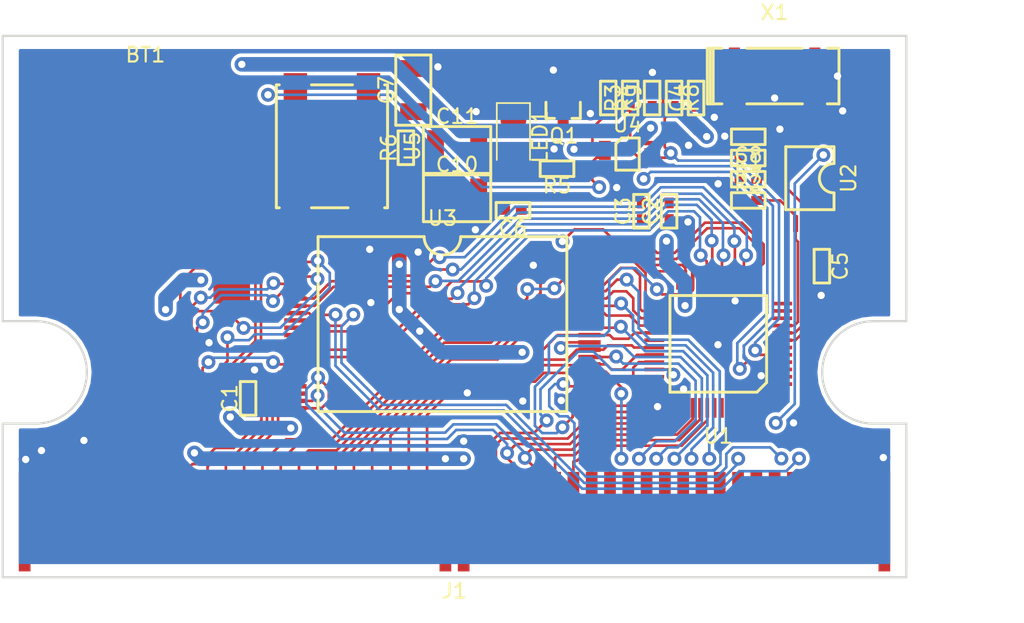
<source format=kicad_pcb>
(kicad_pcb (version 20171130) (host pcbnew "(5.1.9)-1")
  (title_block (title WSS-0001-T) (company "Eleven, Twenty-two") (comment 1 "MamaMitte Reproduction Cartridge"))
  (layers (0 F.Cu signal) (31 B.Cu signal) (34 B.Paste user) (35 F.Paste user) (36 B.SilkS user) (37 F.SilkS user) (38 B.Mask user) (39 F.Mask user) (44 Edge.Cuts user))
  (net 0 "")
  (net 1 +3V3)
  (net 2 GND)
  (net 3 "Net-(C4-Pad2)")
  (net 4 "/Real-Time Clock/VBAT")
  (net 5 "Net-(LED1-Pad1)")
  (net 6 "Net-(LED1-Pad2)")
  (net 7 RTCIO)
  (net 8 RTCS)
  (net 9 /Infrared/RX)
  (net 10 /Infrared/TX)
  (net 11 "Net-(Q1-Pad2)")
  (net 12 "Net-(C11-Pad1)")
  (net 13 IO0)
  (net 14 CLK)
  (net 15 CE)
  (net 16 WE)
  (net 17 OE)
  (net 18 SS)
  (net 19 SO)
  (net 20 RST)
  (net 21 A15)
  (net 22 A16)
  (net 23 A17)
  (net 24 A18)
  (net 25 A2)
  (net 26 A1)
  (net 27 A0)
  (net 28 A-1)
  (net 29 Q0)
  (net 30 Q1)
  (net 31 Q2)
  (net 32 Q3)
  (net 33 Q4)
  (net 34 Q5)
  (net 35 Q6)
  (net 36 Q7)
  (net 37 Q15)
  (net 38 /Memory/BYTE)
  (net 39 "Net-(U1-Pad21)")
  (net 40 "Net-(U1-Pad12)")
  (net 41 "Net-(U1-Pad11)")
  (net 42 "Net-(U1-Pad10)")
  (net 43 RTCK)
  (net 44 IO1)
  (net 45 Q14)
  (net 46 Q13)
  (net 47 Q12)
  (net 48 Q11)
  (net 49 Q10)
  (net 50 Q9)
  (net 51 Q8)
  (net 52 A3)
  (net 53 A4)
  (net 54 A5)
  (net 55 A6)
  (net 56 A7)
  (net 57 "Net-(U3-Pad15)")
  (net 58 A8)
  (net 59 A9)
  (net 60 A10)
  (net 61 A11)
  (net 62 A12)
  (net 63 A13)
  (net 64 A14)
  (net 65 "Net-(U2-Pad3)")
  (net 66 INT)
  (net 67 S0)
  (net 68 "Net-(U4-Pad7)")
  (net 69 "Net-(X1-Pad3)")
  (net 70 "Net-(X1-Pad2)")
  (net 71 "/Real-Time Clock/VRTC")
  (net 72 /Memory/SA21)
  (net 73 /Memory/SA19)
  (net 74 /Memory/SA20)
  (net 75 /Memory/SA18)
  (net 76 /Memory/SA17)
  (net 77 /Memory/SA16)
  (net 78 /Memory/SA15)
  (module MamaMitte:Vishay_TFMM5xx0 (layer F.Cu) (at 122.5 70.55 270)
    (fp_text reference U5 (at 0 -5.5 90) (layer F.SilkS))
    (fp_text value TFMM53xx)
    (pad 4 smd rect (at 3.9 2.5 270) (size 2.2 1.6) (layers F.Cu F.Paste F.Mask))
    (pad 3 smd rect (at -3.9 2.5 270) (size 2.2 1.6) (layers F.Cu F.Paste F.Mask) (net 9 /Infrared/RX))
    (pad 2 smd rect (at -3.9 -2.5 270) (size 2.2 1.6) (layers F.Cu F.Paste F.Mask) (net 12 "Net-(C11-Pad1)"))
    (pad 1 smd rect (at 4 -2.4 270) (size 2.4 1.8) (layers F.Cu F.Paste F.Mask) (net 2 GND))
  )
  (module MamaMitte:BatteryHolder_3N1_CR1616 (layer F.Cu) (at 109.75 75.5)
    (fp_text reference BT1 (at 0 -11.2) (layer F.SilkS))
    (fp_text value CR1616)
    (pad 2 smd rect (at -6.3 -1.95) (size 2.5 3.2) (layers F.Cu F.Paste F.Mask) (net 2 GND))
    (pad 1 smd rect (at 5.9 4.8) (size 2.5 2) (layers F.Cu F.Paste F.Mask) (net 4 "/Real-Time Clock/VBAT"))
    (pad 1 smd rect (at 5.9 -8.6) (size 2.5 2) (layers F.Cu F.Paste F.Mask) (net 4 "/Real-Time Clock/VBAT"))
    (pad 1 smd rect (at -2.25 6.72) (size 2.1 2) (layers F.Cu F.Paste F.Mask) (net 4 "/Real-Time Clock/VBAT"))
    (pad 1 smd rect (at -2.25 -8.25) (size 2.1 2) (layers F.Cu F.Paste F.Mask) (net 4 "/Real-Time Clock/VBAT"))
    (pad 2 smd rect (at 7.2 -0.8) (size 2 3) (layers F.Cu F.Paste F.Mask) (net 2 GND))
    (pad 1 smd rect (at 0 10.55) (size 4 2) (layers F.Cu F.Paste F.Mask) (net 4 "/Real-Time Clock/VBAT"))
    (pad 2 smd rect (at 0 -10.55) (size 2.7 2) (layers F.Cu F.Paste F.Mask) (net 2 GND))
  )
  (module MamaMitte:LQFP-48_7x7mm_P0.5mm (layer F.Cu) (at 148.9 84.05 180)
    (fp_text reference U1 (at 0 -6.3) (layer F.SilkS))
    (fp_text value BANDAI2003)
    (pad 1 smd rect (at -4.375 -2.75 180) (size 1.35 0.25) (layers F.Cu F.Paste F.Mask) (net 2 GND))
    (pad 2 smd rect (at -4.375 -2.25 180) (size 1.35 0.25) (layers F.Cu F.Paste F.Mask) (net 2 GND))
    (pad 3 smd rect (at -4.375 -1.75 180) (size 1.35 0.25) (layers F.Cu F.Paste F.Mask) (net 2 GND))
    (pad 4 smd rect (at -4.375 -1.25 180) (size 1.35 0.25) (layers F.Cu F.Paste F.Mask) (net 44 IO1))
    (pad 5 smd rect (at -4.375 -0.75 180) (size 1.35 0.25) (layers F.Cu F.Paste F.Mask) (net 13 IO0))
    (pad 6 smd rect (at -4.375 -0.25 180) (size 1.35 0.25) (layers F.Cu F.Paste F.Mask) (net 2 GND))
    (pad 7 smd rect (at -4.375 0.25 180) (size 1.35 0.25) (layers F.Cu F.Paste F.Mask) (net 7 RTCIO))
    (pad 8 smd rect (at -4.375 0.75 180) (size 1.35 0.25) (layers F.Cu F.Paste F.Mask) (net 43 RTCK))
    (pad 9 smd rect (at -4.375 1.25 180) (size 1.35 0.25) (layers F.Cu F.Paste F.Mask) (net 8 RTCS))
    (pad 10 smd rect (at -4.375 1.75 180) (size 1.35 0.25) (layers F.Cu F.Paste F.Mask) (net 42 "Net-(U1-Pad10)"))
    (pad 11 smd rect (at -4.375 2.25 180) (size 1.35 0.25) (layers F.Cu F.Paste F.Mask) (net 41 "Net-(U1-Pad11)"))
    (pad 12 smd rect (at -4.375 2.75 180) (size 1.35 0.25) (layers F.Cu F.Paste F.Mask) (net 40 "Net-(U1-Pad12)"))
    (pad 13 smd rect (at -2.75 4.375 270) (size 1.35 0.25) (layers F.Cu F.Paste F.Mask) (net 72 /Memory/SA21))
    (pad 14 smd rect (at -2.25 4.375 270) (size 1.35 0.25) (layers F.Cu F.Paste F.Mask) (net 77 /Memory/SA16))
    (pad 15 smd rect (at -1.75 4.375 270) (size 1.35 0.25) (layers F.Cu F.Paste F.Mask) (net 78 /Memory/SA15))
    (pad 16 smd rect (at -1.25 4.375 270) (size 1.35 0.25) (layers F.Cu F.Paste F.Mask) (net 2 GND))
    (pad 17 smd rect (at -0.75 4.375 270) (size 1.35 0.25) (layers F.Cu F.Paste F.Mask) (net 73 /Memory/SA19))
    (pad 18 smd rect (at -0.25 4.375 270) (size 1.35 0.25) (layers F.Cu F.Paste F.Mask) (net 74 /Memory/SA20))
    (pad 19 smd rect (at 0.25 4.375 270) (size 1.35 0.25) (layers F.Cu F.Paste F.Mask) (net 75 /Memory/SA18))
    (pad 20 smd rect (at 0.75 4.375 270) (size 1.35 0.25) (layers F.Cu F.Paste F.Mask) (net 76 /Memory/SA17))
    (pad 21 smd rect (at 1.25 4.375 270) (size 1.35 0.25) (layers F.Cu F.Paste F.Mask) (net 39 "Net-(U1-Pad21)"))
    (pad 22 smd rect (at 1.75 4.375 270) (size 1.35 0.25) (layers F.Cu F.Paste F.Mask) (net 15 CE))
    (pad 23 smd rect (at 2.25 4.375 270) (size 1.35 0.25) (layers F.Cu F.Paste F.Mask) (net 38 /Memory/BYTE))
    (pad 24 smd rect (at 2.75 4.375 270) (size 1.35 0.25) (layers F.Cu F.Paste F.Mask) (net 37 Q15))
    (pad 25 smd rect (at 4.375 2.75 180) (size 1.35 0.25) (layers F.Cu F.Paste F.Mask) (net 36 Q7))
    (pad 26 smd rect (at 4.375 2.25 180) (size 1.35 0.25) (layers F.Cu F.Paste F.Mask) (net 35 Q6))
    (pad 27 smd rect (at 4.375 1.75 180) (size 1.35 0.25) (layers F.Cu F.Paste F.Mask) (net 34 Q5))
    (pad 28 smd rect (at 4.375 1.25 180) (size 1.35 0.25) (layers F.Cu F.Paste F.Mask) (net 33 Q4))
    (pad 29 smd rect (at 4.375 0.75 180) (size 1.35 0.25) (layers F.Cu F.Paste F.Mask) (net 32 Q3))
    (pad 30 smd rect (at 4.375 0.25 180) (size 1.35 0.25) (layers F.Cu F.Paste F.Mask) (net 1 +3V3))
    (pad 31 smd rect (at 4.375 -0.25 180) (size 1.35 0.25) (layers F.Cu F.Paste F.Mask) (net 31 Q2))
    (pad 32 smd rect (at 4.375 -0.75 180) (size 1.35 0.25) (layers F.Cu F.Paste F.Mask) (net 30 Q1))
    (pad 33 smd rect (at 4.375 -1.25 180) (size 1.35 0.25) (layers F.Cu F.Paste F.Mask) (net 29 Q0))
    (pad 34 smd rect (at 4.375 -1.75 180) (size 1.35 0.25) (layers F.Cu F.Paste F.Mask) (net 28 A-1))
    (pad 35 smd rect (at 4.375 -2.25 180) (size 1.35 0.25) (layers F.Cu F.Paste F.Mask) (net 27 A0))
    (pad 36 smd rect (at 4.375 -2.75 180) (size 1.35 0.25) (layers F.Cu F.Paste F.Mask) (net 26 A1))
    (pad 37 smd rect (at 2.75 -4.375 270) (size 1.35 0.25) (layers F.Cu F.Paste F.Mask) (net 25 A2))
    (pad 38 smd rect (at 2.25 -4.375 270) (size 1.35 0.25) (layers F.Cu F.Paste F.Mask) (net 24 A18))
    (pad 39 smd rect (at 1.75 -4.375 270) (size 1.35 0.25) (layers F.Cu F.Paste F.Mask) (net 23 A17))
    (pad 40 smd rect (at 1.25 -4.375 270) (size 1.35 0.25) (layers F.Cu F.Paste F.Mask) (net 22 A16))
    (pad 41 smd rect (at 0.75 -4.375 270) (size 1.35 0.25) (layers F.Cu F.Paste F.Mask) (net 21 A15))
    (pad 42 smd rect (at 0.25 -4.375 270) (size 1.35 0.25) (layers F.Cu F.Paste F.Mask) (net 20 RST))
    (pad 43 smd rect (at -0.25 -4.375 270) (size 1.35 0.25) (layers F.Cu F.Paste F.Mask) (net 19 SO))
    (pad 44 smd rect (at -0.75 -4.375 270) (size 1.35 0.25) (layers F.Cu F.Paste F.Mask) (net 18 SS))
    (pad 45 smd rect (at -1.25 -4.375 270) (size 1.35 0.25) (layers F.Cu F.Paste F.Mask) (net 17 OE))
    (pad 46 smd rect (at -1.75 -4.375 270) (size 1.35 0.25) (layers F.Cu F.Paste F.Mask) (net 16 WE))
    (pad 47 smd rect (at -2.25 -4.375 270) (size 1.35 0.25) (layers F.Cu F.Paste F.Mask) (net 15 CE))
    (pad 48 smd rect (at -2.75 -4.375 270) (size 1.35 0.25) (layers F.Cu F.Paste F.Mask) (net 14 CLK))
  )
  (module MamaMitte:Oscillator_SMD_SeikoEpson_SPT2AF-4Pin_8.7x3.7mm (layer F.Cu) (at 152.75 65.75)
    (fp_text reference X1 (at 0 -4.35) (layer F.SilkS))
    (fp_text value SPT2AF-6PF20PPM)
    (pad 4 smd rect (at -2.75 -1.2) (size 0.75 1.5) (layers F.Cu F.Paste F.Mask) (net 3 "Net-(C4-Pad2)"))
    (pad 3 smd rect (at 2.75 -1.2) (size 0.75 1.5) (layers F.Cu F.Paste F.Mask) (net 69 "Net-(X1-Pad3)"))
    (pad 2 smd rect (at 2.75 1.2) (size 0.75 1.5) (layers F.Cu F.Paste F.Mask) (net 70 "Net-(X1-Pad2)"))
    (pad 1 smd rect (at -2.75 1.2) (size 0.75 1.5) (layers F.Cu F.Paste F.Mask) (net 65 "Net-(U2-Pad3)"))
  )
  (module MamaMitte:WSCE-48_P1.25mm (layer F.Cu) (at 130.875 96.2)
    (fp_text reference J1 (at 0 4.725) (layer F.SilkS))
    (fp_text value WSCART)
    (pad 1 smd rect (at -29.375 0) (size 0.8 6.8) (layers F.Cu F.Mask) (net 2 GND))
    (pad 2 smd rect (at -28.125 -0.3) (size 0.8 6.2) (layers F.Cu F.Mask) (net 64 A14))
    (pad 3 smd rect (at -26.875 -0.3) (size 0.8 6.2) (layers F.Cu F.Mask) (net 59 A9))
    (pad 4 smd rect (at -25.625 -0.3) (size 0.8 6.2) (layers F.Cu F.Mask) (net 60 A10))
    (pad 5 smd rect (at -24.375 -0.3) (size 0.8 6.2) (layers F.Cu F.Mask) (net 58 A8))
    (pad 6 smd rect (at -23.125 -0.3) (size 0.8 6.2) (layers F.Cu F.Mask) (net 56 A7))
    (pad 7 smd rect (at -21.875 -0.3) (size 0.8 6.2) (layers F.Cu F.Mask) (net 62 A12))
    (pad 8 smd rect (at -20.625 -0.3) (size 0.8 6.2) (layers F.Cu F.Mask) (net 63 A13))
    (pad 9 smd rect (at -19.375 -0.3) (size 0.8 6.2) (layers F.Cu F.Mask) (net 61 A11))
    (pad 10 smd rect (at -18.125 -0.3) (size 0.8 6.2) (layers F.Cu F.Mask) (net 55 A6))
    (pad 11 smd rect (at -16.875 -0.3) (size 0.8 6.2) (layers F.Cu F.Mask) (net 54 A5))
    (pad 12 smd rect (at -15.625 -0.3) (size 0.8 6.2) (layers F.Cu F.Mask) (net 53 A4))
    (pad 13 smd rect (at -14.375 -0.3) (size 0.8 6.2) (layers F.Cu F.Mask) (net 52 A3))
    (pad 14 smd rect (at -13.125 -0.3) (size 0.8 6.2) (layers F.Cu F.Mask) (net 37 Q15))
    (pad 15 smd rect (at -11.875 -0.3) (size 0.8 6.2) (layers F.Cu F.Mask) (net 45 Q14))
    (pad 16 smd rect (at -10.625 -0.3) (size 0.8 6.2) (layers F.Cu F.Mask) (net 36 Q7))
    (pad 17 smd rect (at -9.375 -0.3) (size 0.8 6.2) (layers F.Cu F.Mask) (net 35 Q6))
    (pad 18 smd rect (at -8.125 -0.3) (size 0.8 6.2) (layers F.Cu F.Mask) (net 34 Q5))
    (pad 19 smd rect (at -6.875 -0.3) (size 0.8 6.2) (layers F.Cu F.Mask) (net 33 Q4))
    (pad 20 smd rect (at -5.625 -0.3) (size 0.8 6.2) (layers F.Cu F.Mask) (net 32 Q3))
    (pad 21 smd rect (at -4.375 -0.3) (size 0.8 6.2) (layers F.Cu F.Mask) (net 31 Q2))
    (pad 22 smd rect (at -3.125 -0.3) (size 0.8 6.2) (layers F.Cu F.Mask) (net 30 Q1))
    (pad 23 smd rect (at -1.875 -0.3) (size 0.8 6.2) (layers F.Cu F.Mask) (net 29 Q0))
    (pad 24 smd rect (at -0.625 0) (size 0.8 6.8) (layers F.Cu F.Mask) (net 1 +3V3))
    (pad 25 smd rect (at 0.625 0) (size 0.8 6.8) (layers F.Cu F.Mask) (net 1 +3V3))
    (pad 26 smd rect (at 1.875 -0.3) (size 0.8 6.2) (layers F.Cu F.Mask) (net 28 A-1))
    (pad 27 smd rect (at 3.125 -0.3) (size 0.8 6.2) (layers F.Cu F.Mask) (net 27 A0))
    (pad 28 smd rect (at 4.375 -0.3) (size 0.8 6.2) (layers F.Cu F.Mask) (net 26 A1))
    (pad 29 smd rect (at 5.625 -0.3) (size 0.8 6.2) (layers F.Cu F.Mask) (net 25 A2))
    (pad 30 smd rect (at 6.875 -0.3) (size 0.8 6.2) (layers F.Cu F.Mask) (net 24 A18))
    (pad 31 smd rect (at 8.125 -0.3) (size 0.8 6.2) (layers F.Cu F.Mask) (net 23 A17))
    (pad 32 smd rect (at 9.375 -0.3) (size 0.8 6.2) (layers F.Cu F.Mask) (net 22 A16))
    (pad 33 smd rect (at 10.625 -0.3) (size 0.8 6.2) (layers F.Cu F.Mask) (net 21 A15))
    (pad 34 smd rect (at 11.875 -0.3) (size 0.8 6.2) (layers F.Cu F.Mask) (net 51 Q8))
    (pad 35 smd rect (at 13.125 -0.3) (size 0.8 6.2) (layers F.Cu F.Mask) (net 50 Q9))
    (pad 36 smd rect (at 14.375 -0.3) (size 0.8 6.2) (layers F.Cu F.Mask) (net 49 Q10))
    (pad 37 smd rect (at 15.625 -0.3) (size 0.8 6.2) (layers F.Cu F.Mask) (net 48 Q11))
    (pad 38 smd rect (at 16.875 -0.3) (size 0.8 6.2) (layers F.Cu F.Mask) (net 47 Q12))
    (pad 39 smd rect (at 18.125 -0.3) (size 0.8 6.2) (layers F.Cu F.Mask) (net 46 Q13))
    (pad 40 smd rect (at 19.375 -0.3) (size 0.8 6.2) (layers F.Cu F.Mask) (net 20 RST))
    (pad 41 smd rect (at 20.625 -0.3) (size 0.8 6.2) (layers F.Cu F.Mask) (net 67 S0))
    (pad 42 smd rect (at 21.875 -0.3) (size 0.8 6.2) (layers F.Cu F.Mask) (net 18 SS))
    (pad 43 smd rect (at 23.125 -0.3) (size 0.8 6.2) (layers F.Cu F.Mask) (net 17 OE))
    (pad 44 smd rect (at 24.375 -0.3) (size 0.8 6.2) (layers F.Cu F.Mask) (net 16 WE))
    (pad 45 smd rect (at 25.625 -0.3) (size 0.8 6.2) (layers F.Cu F.Mask) (net 15 CE))
    (pad 46 smd rect (at 26.875 -0.3) (size 0.8 6.2) (layers F.Cu F.Mask) (net 66 INT))
    (pad 47 smd rect (at 28.125 -0.3) (size 0.8 6.2) (layers F.Cu F.Mask) (net 14 CLK))
    (pad 48 smd rect (at 29.375 0) (size 0.8 6.8) (layers F.Cu F.Mask) (net 2 GND))
    (pad 0 smd rect (at -29.375 0) (size 0 0) (layers F.Cu F.Paste F.Mask))
    (pad 0 smd rect (at 29.375 0) (size 0 0) (layers F.Cu F.Paste F.Mask))
  )
  (module MamaMitte:SOT-323_SC-70 (layer F.Cu) (at 138.3 67.89 180)
    (fp_text reference Q1 (at -0.05 -1.95) (layer F.SilkS))
    (fp_text value 2SC4097)
    (pad 3 smd rect (at 0 -1.1 180) (size 0.75 0.9) (layers F.Cu F.Paste F.Mask) (net 5 "Net-(LED1-Pad1)"))
    (pad 1 smd rect (at 0.65 1 180) (size 0.75 0.8) (layers F.Cu F.Paste F.Mask) (net 2 GND))
    (pad 2 smd rect (at -0.65 1 180) (size 0.75 0.8) (layers F.Cu F.Paste F.Mask) (net 11 "Net-(Q1-Pad2)"))
  )
  (module MamaMitte:C_1210_3225Metric (layer F.Cu) (at 131.05 74.1)
    (fp_text reference C10 (at 0 -2.3) (layer F.SilkS))
    (fp_text value C106)
    (pad 2 smd rect (at 1.475 0) (size 1.15 2.7) (layers F.Cu F.Paste F.Mask) (net 2 GND))
    (pad 1 smd rect (at -1.475 0) (size 1.15 2.7) (layers F.Cu F.Paste F.Mask) (net 1 +3V3))
  )
  (module MamaMitte:TSOP-I-48_18.4x12mm_P0.5mm (layer F.Cu) (at 130.05 82.7)
    (fp_text reference U3 (at 0 -7.239) (layer F.SilkS))
    (fp_text value MBM29LV800TA)
    (pad 1 smd rect (at -10.05 -5.75) (size 1.524 0.3048) (layers F.Cu F.Paste F.Mask) (net 78 /Memory/SA15))
    (pad 25 smd rect (at 10.05 5.75) (size 1.524 0.3048) (layers F.Cu F.Paste F.Mask) (net 27 A0))
    (pad 2 smd rect (at -10.05 -5.25) (size 1.524 0.3048) (layers F.Cu F.Paste F.Mask) (net 64 A14))
    (pad 3 smd rect (at -10.05 -4.75) (size 1.524 0.3048) (layers F.Cu F.Paste F.Mask) (net 63 A13))
    (pad 4 smd rect (at -10.05 -4.25) (size 1.524 0.3048) (layers F.Cu F.Paste F.Mask) (net 62 A12))
    (pad 5 smd rect (at -10.05 -3.75) (size 1.524 0.3048) (layers F.Cu F.Paste F.Mask) (net 61 A11))
    (pad 6 smd rect (at -10.05 -3.25) (size 1.524 0.3048) (layers F.Cu F.Paste F.Mask) (net 60 A10))
    (pad 7 smd rect (at -10.05 -2.75) (size 1.524 0.3048) (layers F.Cu F.Paste F.Mask) (net 59 A9))
    (pad 8 smd rect (at -10.05 -2.25) (size 1.524 0.3048) (layers F.Cu F.Paste F.Mask) (net 58 A8))
    (pad 9 smd rect (at -10.05 -1.75) (size 1.524 0.3048) (layers F.Cu F.Paste F.Mask) (net 73 /Memory/SA19))
    (pad 10 smd rect (at -10.05 -1.25) (size 1.524 0.3048) (layers F.Cu F.Paste F.Mask) (net 74 /Memory/SA20))
    (pad 11 smd rect (at -10.05 -0.75) (size 1.524 0.3048) (layers F.Cu F.Paste F.Mask) (net 16 WE))
    (pad 12 smd rect (at -10.05 -0.25) (size 1.524 0.3048) (layers F.Cu F.Paste F.Mask) (net 20 RST))
    (pad 13 smd rect (at -10.05 0.25) (size 1.524 0.3048) (layers F.Cu F.Paste F.Mask) (net 72 /Memory/SA21))
    (pad 14 smd rect (at -10.05 0.75) (size 1.524 0.3048) (layers F.Cu F.Paste F.Mask) (net 1 +3V3))
    (pad 15 smd rect (at -10.05 1.25) (size 1.524 0.3048) (layers F.Cu F.Paste F.Mask) (net 57 "Net-(U3-Pad15)"))
    (pad 16 smd rect (at -10.05 1.75) (size 1.524 0.3048) (layers F.Cu F.Paste F.Mask) (net 75 /Memory/SA18))
    (pad 17 smd rect (at -10.05 2.25) (size 1.524 0.3048) (layers F.Cu F.Paste F.Mask) (net 76 /Memory/SA17))
    (pad 18 smd rect (at -10.05 2.75) (size 1.524 0.3048) (layers F.Cu F.Paste F.Mask) (net 56 A7))
    (pad 19 smd rect (at -10.05 3.25) (size 1.524 0.3048) (layers F.Cu F.Paste F.Mask) (net 55 A6))
    (pad 20 smd rect (at -10.05 3.75) (size 1.524 0.3048) (layers F.Cu F.Paste F.Mask) (net 54 A5))
    (pad 21 smd rect (at -10.05 4.25) (size 1.524 0.3048) (layers F.Cu F.Paste F.Mask) (net 53 A4))
    (pad 22 smd rect (at -10.05 4.75) (size 1.524 0.3048) (layers F.Cu F.Paste F.Mask) (net 52 A3))
    (pad 23 smd rect (at -10.05 5.25) (size 1.524 0.3048) (layers F.Cu F.Paste F.Mask) (net 25 A2))
    (pad 24 smd rect (at -10.05 5.75) (size 1.524 0.3048) (layers F.Cu F.Paste F.Mask) (net 26 A1))
    (pad 26 smd rect (at 10.05 5.25) (size 1.524 0.3048) (layers F.Cu F.Paste F.Mask) (net 15 CE))
    (pad 27 smd rect (at 10.05 4.75) (size 1.524 0.3048) (layers F.Cu F.Paste F.Mask) (net 2 GND))
    (pad 28 smd rect (at 10.05 4.25) (size 1.524 0.3048) (layers F.Cu F.Paste F.Mask) (net 17 OE))
    (pad 29 smd rect (at 10.05 3.75) (size 1.524 0.3048) (layers F.Cu F.Paste F.Mask) (net 29 Q0))
    (pad 30 smd rect (at 10.05 3.25) (size 1.524 0.3048) (layers F.Cu F.Paste F.Mask) (net 51 Q8))
    (pad 31 smd rect (at 10.05 2.75) (size 1.524 0.3048) (layers F.Cu F.Paste F.Mask) (net 30 Q1))
    (pad 32 smd rect (at 10.05 2.25) (size 1.524 0.3048) (layers F.Cu F.Paste F.Mask) (net 50 Q9))
    (pad 33 smd rect (at 10.05 1.75) (size 1.524 0.3048) (layers F.Cu F.Paste F.Mask) (net 31 Q2))
    (pad 34 smd rect (at 10.05 1.25) (size 1.524 0.3048) (layers F.Cu F.Paste F.Mask) (net 49 Q10))
    (pad 35 smd rect (at 10.05 0.75) (size 1.524 0.3048) (layers F.Cu F.Paste F.Mask) (net 32 Q3))
    (pad 36 smd rect (at 10.05 0.25) (size 1.524 0.3048) (layers F.Cu F.Paste F.Mask) (net 48 Q11))
    (pad 37 smd rect (at 10.05 -0.25) (size 1.524 0.3048) (layers F.Cu F.Paste F.Mask) (net 1 +3V3))
    (pad 38 smd rect (at 10.05 -0.75) (size 1.524 0.3048) (layers F.Cu F.Paste F.Mask) (net 33 Q4))
    (pad 39 smd rect (at 10.05 -1.25) (size 1.524 0.3048) (layers F.Cu F.Paste F.Mask) (net 47 Q12))
    (pad 40 smd rect (at 10.05 -1.75) (size 1.524 0.3048) (layers F.Cu F.Paste F.Mask) (net 34 Q5))
    (pad 41 smd rect (at 10.05 -2.25) (size 1.524 0.3048) (layers F.Cu F.Paste F.Mask) (net 46 Q13))
    (pad 42 smd rect (at 10.05 -2.75) (size 1.524 0.3048) (layers F.Cu F.Paste F.Mask) (net 35 Q6))
    (pad 43 smd rect (at 10.05 -3.25) (size 1.524 0.3048) (layers F.Cu F.Paste F.Mask) (net 45 Q14))
    (pad 44 smd rect (at 10.05 -3.75) (size 1.524 0.3048) (layers F.Cu F.Paste F.Mask) (net 36 Q7))
    (pad 45 smd rect (at 10.05 -4.25) (size 1.524 0.3048) (layers F.Cu F.Paste F.Mask) (net 37 Q15))
    (pad 46 smd rect (at 10.05 -4.75) (size 1.524 0.3048) (layers F.Cu F.Paste F.Mask) (net 2 GND))
    (pad 47 smd rect (at 10.05 -5.25) (size 1.524 0.3048) (layers F.Cu F.Paste F.Mask) (net 38 /Memory/BYTE))
    (pad 48 smd rect (at 10.05 -5.75) (size 1.524 0.3048) (layers F.Cu F.Paste F.Mask) (net 77 /Memory/SA16))
  )
  (module LED_SMD:LED_1206_3216Metric (layer F.Cu) (at 134.9 69.88 270)
    (fp_text reference LED1 (at 0 -1.82 90) (layer F.SilkS))
    (fp_text value D)
    (pad 2 smd roundrect (at 1.4 0 270) (size 1.25 1.75) (layers F.Cu F.Paste F.Mask) (roundrect_rratio 0.2) (net 6 "Net-(LED1-Pad2)"))
    (pad 1 smd roundrect (at -1.4 0 270) (size 1.25 1.75) (layers F.Cu F.Paste F.Mask) (roundrect_rratio 0.2) (net 5 "Net-(LED1-Pad1)"))
  )
  (module MamaMitte:SSOP-8_4.4x3mm_P0.65mm (layer F.Cu) (at 155.16 72.73 270)
    (fp_text reference U2 (at 0 -2.65 90) (layer F.SilkS))
    (fp_text value S3511A)
    (pad 1 smd rect (at -3.1 -0.975 270) (size 1.143 0.35) (layers F.Cu F.Paste F.Mask) (net 66 INT))
    (pad 2 smd rect (at -3.1 -0.325 270) (size 1.143 0.35) (layers F.Cu F.Paste F.Mask) (net 3 "Net-(C4-Pad2)"))
    (pad 3 smd rect (at -3.1 0.325 270) (size 1.143 0.35) (layers F.Cu F.Paste F.Mask) (net 65 "Net-(U2-Pad3)"))
    (pad 4 smd rect (at -3.1 0.975 270) (size 1.143 0.35) (layers F.Cu F.Paste F.Mask) (net 2 GND))
    (pad 5 smd rect (at 3.1 0.975 270) (size 1.143 0.35) (layers F.Cu F.Paste F.Mask) (net 8 RTCS))
    (pad 6 smd rect (at 3.1 0.325 270) (size 1.143 0.35) (layers F.Cu F.Paste F.Mask) (net 43 RTCK))
    (pad 7 smd rect (at 3.1 -0.325 270) (size 1.143 0.35) (layers F.Cu F.Paste F.Mask) (net 7 RTCIO))
    (pad 8 smd rect (at 3.1 -0.975 270) (size 1.143 0.35) (layers F.Cu F.Paste F.Mask) (net 71 "/Real-Time Clock/VRTC"))
  )
  (module MamaMitte:SSOP-8_2.3x2mm_P0.5mm (layer F.Cu) (at 142.7 71.08)
    (fp_text reference U4 (at 0 -2) (layer F.SilkS))
    (fp_text value TC7W04FK)
    (pad 8 smd rect (at 1.55 -0.75 270) (size 0.3 0.8) (layers F.Cu F.Paste F.Mask) (net 1 +3V3))
    (pad 7 smd rect (at 1.55 -0.25 270) (size 0.3 0.8) (layers F.Cu F.Paste F.Mask) (net 68 "Net-(U4-Pad7)"))
    (pad 6 smd rect (at 1.55 0.25 270) (size 0.3 0.8) (layers F.Cu F.Paste F.Mask) (net 13 IO0))
    (pad 5 smd rect (at 1.55 0.75 270) (size 0.3 0.8) (layers F.Cu F.Paste F.Mask) (net 44 IO1))
    (pad 4 smd rect (at -1.55 0.75 270) (size 0.3 0.8) (layers F.Cu F.Paste F.Mask) (net 2 GND))
    (pad 3 smd rect (at -1.55 0.25 270) (size 0.3 0.8) (layers F.Cu F.Paste F.Mask) (net 9 /Infrared/RX))
    (pad 2 smd rect (at -1.55 -0.25 270) (size 0.3 0.8) (layers F.Cu F.Paste F.Mask) (net 10 /Infrared/TX))
    (pad 1 smd rect (at -1.55 -0.75 270) (size 0.3 0.8) (layers F.Cu F.Paste F.Mask) (net 2 GND))
  )
  (module MamaMitte:C_0402_1005Metric (layer F.Cu) (at 116.77 87.7775 90)
    (fp_text reference C1 (at 0 -1.25 90) (layer F.SilkS))
    (fp_text value C105)
    (pad 2 smd rect (at 0.5675 0 90) (size 0.735 0.62) (layers F.Cu F.Paste F.Mask) (net 2 GND))
    (pad 1 smd rect (at -0.5675 0 90) (size 0.735 0.62) (layers F.Cu F.Paste F.Mask) (net 1 +3V3))
  )
  (module MamaMitte:C_0402_1005Metric (layer F.Cu) (at 145.54 74.9875 90)
    (fp_text reference C2 (at 0 -1.25 90) (layer F.SilkS))
    (fp_text value C105)
    (pad 2 smd rect (at 0.5675 0 90) (size 0.735 0.62) (layers F.Cu F.Paste F.Mask) (net 2 GND))
    (pad 1 smd rect (at -0.5675 0 90) (size 0.735 0.62) (layers F.Cu F.Paste F.Mask) (net 1 +3V3))
  )
  (module MamaMitte:C_0402_1005Metric (layer F.Cu) (at 143.65 74.99 90)
    (fp_text reference C3 (at 0 -1.25 90) (layer F.SilkS))
    (fp_text value C103)
    (pad 2 smd rect (at 0.5675 0 90) (size 0.735 0.62) (layers F.Cu F.Paste F.Mask) (net 2 GND))
    (pad 1 smd rect (at -0.5675 0 90) (size 0.735 0.62) (layers F.Cu F.Paste F.Mask) (net 1 +3V3))
  )
  (module MamaMitte:C_0402_1005Metric (layer F.Cu) (at 147.38 67.25 90)
    (fp_text reference C4 (at 0 -1.25 90) (layer F.SilkS))
    (fp_text value C609)
    (pad 2 smd rect (at 0.5675 0 90) (size 0.735 0.62) (layers F.Cu F.Paste F.Mask) (net 3 "Net-(C4-Pad2)"))
    (pad 1 smd rect (at -0.5675 0 90) (size 0.735 0.62) (layers F.Cu F.Paste F.Mask) (net 2 GND))
  )
  (module MamaMitte:C_0402_1005Metric (layer F.Cu) (at 155.98 78.74 270)
    (fp_text reference C5 (at 0 -1.25 90) (layer F.SilkS))
    (fp_text value C103)
    (pad 2 smd rect (at 0.5675 0 270) (size 0.735 0.62) (layers F.Cu F.Paste F.Mask) (net 2 GND))
    (pad 1 smd rect (at -0.5675 0 270) (size 0.735 0.62) (layers F.Cu F.Paste F.Mask) (net 71 "/Real-Time Clock/VRTC"))
  )
  (module MamaMitte:C_0402_1005Metric (layer F.Cu) (at 150.95 69.9 180)
    (fp_text reference C8 (at 0 -1.25) (layer F.SilkS))
    (fp_text value C105)
    (pad 2 smd rect (at 0.5675 0 180) (size 0.735 0.62) (layers F.Cu F.Paste F.Mask) (net 2 GND))
    (pad 1 smd rect (at -0.5675 0 180) (size 0.735 0.62) (layers F.Cu F.Paste F.Mask) (net 71 "/Real-Time Clock/VRTC"))
  )
  (module MamaMitte:C_0402_1005Metric (layer F.Cu) (at 144.38 67.25 90)
    (fp_text reference C9 (at 0 -1.25 90) (layer F.SilkS))
    (fp_text value C103)
    (pad 2 smd rect (at 0.5675 0 90) (size 0.735 0.62) (layers F.Cu F.Paste F.Mask) (net 2 GND))
    (pad 1 smd rect (at -0.5675 0 90) (size 0.735 0.62) (layers F.Cu F.Paste F.Mask) (net 1 +3V3))
  )
  (module MamaMitte:C_1210_3225Metric (layer F.Cu) (at 131.05 70.8)
    (fp_text reference C11 (at 0 -2.3) (layer F.SilkS))
    (fp_text value C106)
    (pad 2 smd rect (at 1.475 0) (size 1.15 2.7) (layers F.Cu F.Paste F.Mask) (net 2 GND))
    (pad 1 smd rect (at -1.475 0) (size 1.15 2.7) (layers F.Cu F.Paste F.Mask) (net 12 "Net-(C11-Pad1)"))
  )
  (module MamaMitte:C_1206_3216Metric (layer F.Cu) (at 128.06 66.71 90)
    (fp_text reference C7 (at 0 -1.85 90) (layer F.SilkS))
    (fp_text value C)
    (pad 2 smd rect (at 1.475 0 90) (size 1.15 1.8) (layers F.Cu F.Paste F.Mask) (net 2 GND))
    (pad 1 smd rect (at -1.475 0 90) (size 1.15 1.8) (layers F.Cu F.Paste F.Mask) (net 12 "Net-(C11-Pad1)"))
  )
  (module MamaMitte:R_0402_1005Metric (layer F.Cu) (at 150.95 72.8)
    (fp_text reference R1 (at 0 -1.17) (layer F.SilkS))
    (fp_text value R103)
    (pad 2 smd rect (at 0.5675 0) (size 0.735 0.62) (layers F.Cu F.Paste F.Mask) (net 7 RTCIO))
    (pad 1 smd rect (at -0.5675 0) (size 0.735 0.62) (layers F.Cu F.Paste F.Mask) (net 1 +3V3))
  )
  (module MamaMitte:R_0402_1005Metric (layer F.Cu) (at 150.95 74.25)
    (fp_text reference R2 (at 0 -1.17) (layer F.SilkS))
    (fp_text value R103)
    (pad 2 smd rect (at 0.5675 0) (size 0.735 0.62) (layers F.Cu F.Paste F.Mask) (net 8 RTCS))
    (pad 1 smd rect (at -0.5675 0) (size 0.735 0.62) (layers F.Cu F.Paste F.Mask) (net 1 +3V3))
  )
  (module MamaMitte:R_0402_1005Metric (layer F.Cu) (at 142.88 67.25 90)
    (fp_text reference R3 (at 0 -1.17 90) (layer F.SilkS))
    (fp_text value R)
    (pad 2 smd rect (at 0.5675 0 90) (size 0.735 0.62) (layers F.Cu F.Paste F.Mask) (net 11 "Net-(Q1-Pad2)"))
    (pad 1 smd rect (at -0.5675 0 90) (size 0.735 0.62) (layers F.Cu F.Paste F.Mask) (net 13 IO0))
  )
  (module MamaMitte:R_0402_1005Metric (layer F.Cu) (at 141.38 67.25 270)
    (fp_text reference R4 (at 0 -1.17 90) (layer F.SilkS))
    (fp_text value R)
    (pad 2 smd rect (at 0.5675 0 270) (size 0.735 0.62) (layers F.Cu F.Paste F.Mask) (net 10 /Infrared/TX))
    (pad 1 smd rect (at -0.5675 0 270) (size 0.735 0.62) (layers F.Cu F.Paste F.Mask) (net 11 "Net-(Q1-Pad2)"))
  )
  (module MamaMitte:R_0402_1005Metric (layer F.Cu) (at 137.88 72.08 180)
    (fp_text reference R5 (at 0 -1.17) (layer F.SilkS))
    (fp_text value R)
    (pad 2 smd rect (at 0.5675 0 180) (size 0.735 0.62) (layers F.Cu F.Paste F.Mask) (net 6 "Net-(LED1-Pad2)"))
    (pad 1 smd rect (at -0.5675 0 180) (size 0.735 0.62) (layers F.Cu F.Paste F.Mask) (net 1 +3V3))
  )
  (module MamaMitte:R_0402_1005Metric (layer F.Cu) (at 127.55 70.65 90)
    (fp_text reference R6 (at 0 -1.17 90) (layer F.SilkS))
    (fp_text value R)
    (pad 2 smd rect (at 0.5675 0 90) (size 0.735 0.62) (layers F.Cu F.Paste F.Mask) (net 12 "Net-(C11-Pad1)"))
    (pad 1 smd rect (at -0.5675 0 90) (size 0.735 0.62) (layers F.Cu F.Paste F.Mask) (net 1 +3V3))
  )
  (module MamaMitte:R_0402_1005Metric (layer F.Cu) (at 150.95 71.35 180)
    (fp_text reference R7 (at 0 -1.17) (layer F.SilkS))
    (fp_text value R)
    (pad 2 smd rect (at 0.5675 0 180) (size 0.735 0.62) (layers F.Cu F.Paste F.Mask) (net 4 "/Real-Time Clock/VBAT"))
    (pad 1 smd rect (at -0.5675 0 180) (size 0.735 0.62) (layers F.Cu F.Paste F.Mask) (net 71 "/Real-Time Clock/VRTC"))
  )
  (module MamaMitte:R_0402_1005Metric (layer F.Cu) (at 145.88 67.25 270)
    (fp_text reference R8 (at 0 -1.17 90) (layer F.SilkS))
    (fp_text value R)
    (pad 2 smd rect (at 0.5675 0 270) (size 0.735 0.62) (layers F.Cu F.Paste F.Mask) (net 13 IO0))
    (pad 1 smd rect (at -0.5675 0 270) (size 0.735 0.62) (layers F.Cu F.Paste F.Mask) (net 1 +3V3))
  )
  (module MamaMitte:C_0402_1005Metric (layer F.Cu) (at 134.87 74.92 180)
    (fp_text reference C6 (at 0 -1.25) (layer F.SilkS))
    (fp_text value C103)
    (pad 1 smd rect (at -0.5675 0 180) (size 0.735 0.62) (layers F.Cu F.Paste F.Mask) (net 1 +3V3))
    (pad 2 smd rect (at 0.5675 0 180) (size 0.735 0.62) (layers F.Cu F.Paste F.Mask) (net 2 GND))
  )
  (gr_arc (start 159.5 86) (end 159.5 82.5) (angle -90) (layer Edge.Cuts) (width 0.15))
  (gr_arc (start 159.5 86) (end 156 86) (angle -90) (layer Edge.Cuts) (width 0.15))
  (gr_arc (start 102.25 86) (end 105.75 86) (angle -90) (layer Edge.Cuts) (width 0.15))
  (gr_arc (start 102.25 86) (end 102.25 89.5) (angle -90) (layer Edge.Cuts) (width 0.15))
  (gr_line (start 161.75 63) (end 100 63) (layer Edge.Cuts) (width 0.15))
  (gr_line (start 161.75 82.5) (end 161.75 63) (layer Edge.Cuts) (width 0.15))
  (gr_line (start 100 63) (end 100 82.5) (layer Edge.Cuts) (width 0.15))
  (gr_line (start 161.75 82.5) (end 159.5 82.5) (layer Edge.Cuts) (width 0.15))
  (gr_line (start 100 82.5) (end 102.25 82.5) (layer Edge.Cuts) (width 0.15))
  (gr_line (start 159.5 89.5) (end 161.75 89.5) (layer Edge.Cuts) (width 0.15))
  (gr_line (start 102.25 89.5) (end 100 89.5) (layer Edge.Cuts) (width 0.15))
  (gr_line (start 161.75 100) (end 161.75 89.5) (layer Edge.Cuts) (width 0.15))
  (gr_line (start 100 89.500001) (end 100 100) (layer Edge.Cuts) (width 0.15))
  (gr_line (start 100 100) (end 161.75 100) (layer Edge.Cuts) (width 0.15))
  (via (at 139.04 70.75) (size 0.95) (drill 0.5) (layers F.Cu B.Cu) (net 1))
  (via (at 113.1 91.5) (size 0.95) (drill 0.5) (layers F.Cu B.Cu) (net 1))
  (via (at 130.25 91.9) (size 0.95) (drill 0.5) (layers F.Cu B.Cu) (net 1))
  (via (at 131.5 91.9) (size 0.95) (drill 0.5) (layers F.Cu B.Cu) (net 1))
  (via (at 115.55 89.05) (size 0.95) (drill 0.5) (layers F.Cu B.Cu) (net 1))
  (via (at 128.5 83.18) (size 0.95) (drill 0.5) (layers F.Cu B.Cu) (net 1))
  (via (at 127.1 81.7) (size 0.95) (drill 0.5) (layers F.Cu B.Cu) (net 1))
  (via (at 146.63 81.44) (size 0.95) (drill 0.5) (layers F.Cu B.Cu) (net 1))
  (via (at 145.36 77.025) (size 0.95) (drill 0.5) (layers F.Cu B.Cu) (net 1))
  (via (at 144.28 69.3) (size 0.95) (drill 0.5) (layers F.Cu B.Cu) (net 1))
  (segment (start 131.5 91.9) (end 130.25 91.9) (width 1) (layer B.Cu) (net 1))
  (segment (start 113.5 91.9) (end 113.1 91.5) (width 1) (layer B.Cu) (net 1))
  (segment (start 130.25 91.9) (end 113.5 91.9) (width 1) (layer B.Cu) (net 1))
  (segment (start 127.1 81.78) (end 128.5 83.18) (width 1) (layer B.Cu) (net 1))
  (segment (start 127.1 81.7) (end 127.1 81.78) (width 1) (layer B.Cu) (net 1))
  (segment (start 142.83001 70.75) (end 144.28 69.30001) (width 1) (layer B.Cu) (net 1))
  (segment (start 139.04 70.75) (end 142.83001 70.75) (width 1) (layer B.Cu) (net 1))
  (segment (start 146.63 79.805) (end 146.63 81.44) (width 1) (layer B.Cu) (net 1))
  (segment (start 145.36 78.535) (end 146.63 79.805) (width 1) (layer B.Cu) (net 1))
  (segment (start 145.36 77.025) (end 145.36 78.535) (width 1) (layer B.Cu) (net 1))
  (via (at 119.691928 89.80499) (size 0.95) (drill 0.5) (layers F.Cu B.Cu) (net 1))
  (segment (start 116.30499 89.80499) (end 115.55 89.05) (width 1) (layer B.Cu) (net 1))
  (segment (start 119.691928 89.80499) (end 116.30499 89.80499) (width 1) (layer B.Cu) (net 1))
  (segment (start 129.95 84.63) (end 135.494979 84.63) (width 1) (layer B.Cu) (net 1))
  (segment (start 135.494979 84.63) (end 135.5 84.624979) (width 1) (layer B.Cu) (net 1))
  (segment (start 128.5 83.18) (end 129.95 84.63) (width 1) (layer B.Cu) (net 1))
  (via (at 135.5 84.624979) (size 0.95) (drill 0.5) (layers F.Cu B.Cu) (net 1))
  (segment (start 127.1 81.7) (end 127.1 78.61499) (width 1) (layer B.Cu) (net 1))
  (via (at 127.1 78.61499) (size 0.95) (drill 0.5) (layers F.Cu B.Cu) (net 1))
  (segment (start 127.1 76.65) (end 127.1 78.59999) (width 1) (layer F.Cu) (net 1))
  (segment (start 129.575 74.175) (end 127.1 76.65) (width 1) (layer F.Cu) (net 1))
  (segment (start 129.575 74.1) (end 129.575 74.175) (width 1) (layer F.Cu) (net 1))
  (segment (start 144.8925 67.8175) (end 144.38 67.8175) (width 0.18) (layer F.Cu) (net 1))
  (segment (start 145.13 67.58) (end 144.8925 67.8175) (width 0.18) (layer F.Cu) (net 1))
  (segment (start 145.13 66.92) (end 145.13 67.58) (width 0.18) (layer F.Cu) (net 1))
  (segment (start 145.3675 66.6825) (end 145.13 66.92) (width 0.18) (layer F.Cu) (net 1))
  (segment (start 145.88 66.6825) (end 145.3675 66.6825) (width 0.18) (layer F.Cu) (net 1))
  (via (at 154.04 89.45) (size 0.95) (drill 0.5) (layers F.Cu B.Cu) (net 2))
  (via (at 137.68 70.73) (size 0.95) (drill 0.5) (layers F.Cu B.Cu) (net 2))
  (via (at 140.16 68.31) (size 0.95) (drill 0.5) (layers F.Cu B.Cu) (net 2))
  (via (at 101.57 91.95) (size 0.95) (drill 0.5) (layers F.Cu B.Cu) (net 2))
  (via (at 102.65 91.34) (size 0.95) (drill 0.5) (layers F.Cu B.Cu) (net 2))
  (via (at 144.75 88.34) (size 0.95) (drill 0.5) (layers F.Cu B.Cu) (net 2))
  (via (at 160.18 91.82) (size 0.95) (drill 0.5) (layers F.Cu B.Cu) (net 2))
  (via (at 131.5 90.7) (size 0.95) (drill 0.5) (layers F.Cu B.Cu) (net 2))
  (via (at 105.55 90.65) (size 0.95) (drill 0.5) (layers F.Cu B.Cu) (net 2))
  (via (at 131.75 87.4) (size 0.95) (drill 0.5) (layers F.Cu B.Cu) (net 2))
  (via (at 135.54 87.96) (size 0.95) (drill 0.5) (layers F.Cu B.Cu) (net 2))
  (via (at 138.17 87.92) (size 0.95) (drill 0.5) (layers F.Cu B.Cu) (net 2))
  (via (at 146.53 87.14) (size 0.95) (drill 0.5) (layers F.Cu B.Cu) (net 2))
  (via (at 151.83 86.23) (size 0.95) (drill 0.5) (layers F.Cu B.Cu) (net 2))
  (via (at 117.21 85.83) (size 0.95) (drill 0.5) (layers F.Cu B.Cu) (net 2))
  (via (at 148.88 84.11) (size 0.95) (drill 0.5) (layers F.Cu B.Cu) (net 2))
  (via (at 114.1 83.97) (size 0.95) (drill 0.5) (layers F.Cu B.Cu) (net 2))
  (via (at 125.16 81.23) (size 0.95) (drill 0.5) (layers F.Cu B.Cu) (net 2))
  (via (at 155.93 80.74) (size 0.95) (drill 0.5) (layers F.Cu B.Cu) (net 2))
  (via (at 150.05 81.11) (size 0.95) (drill 0.5) (layers F.Cu B.Cu) (net 2))
  (via (at 136.26 78.68) (size 0.95) (drill 0.5) (layers F.Cu B.Cu) (net 2))
  (via (at 128.39 77.78) (size 0.95) (drill 0.5) (layers F.Cu B.Cu) (net 2))
  (via (at 125.08 77.59) (size 0.95) (drill 0.5) (layers F.Cu B.Cu) (net 2))
  (via (at 132.3 76.25) (size 0.95) (drill 0.5) (layers F.Cu B.Cu) (net 2))
  (via (at 146.83 75.72) (size 0.95) (drill 0.5) (layers F.Cu B.Cu) (net 2))
  (via (at 148.89 73.11) (size 0.95) (drill 0.5) (layers F.Cu B.Cu) (net 2))
  (via (at 141.96 73.37) (size 0.95) (drill 0.5) (layers F.Cu B.Cu) (net 2))
  (via (at 146.87 70.48) (size 0.95) (drill 0.5) (layers F.Cu B.Cu) (net 2))
  (via (at 149.34 69.86) (size 0.95) (drill 0.5) (layers F.Cu B.Cu) (net 2))
  (via (at 148.63 68.57) (size 0.95) (drill 0.5) (layers F.Cu B.Cu) (net 2))
  (via (at 129.74 65.12) (size 0.95) (drill 0.5) (layers F.Cu B.Cu) (net 2))
  (via (at 137.63 65.34) (size 0.95) (drill 0.5) (layers F.Cu B.Cu) (net 2))
  (via (at 153.11 69.38) (size 0.95) (drill 0.5) (layers F.Cu B.Cu) (net 2))
  (via (at 132.35 68.18) (size 0.95) (drill 0.5) (layers F.Cu B.Cu) (net 2))
  (segment (start 141.96 73.37) (end 143.42499 71.90501) (width 0.18) (layer B.Cu) (net 2))
  (segment (start 152.63001 82.220076) (end 150.65 84.200086) (width 0.18) (layer B.Cu) (net 2))
  (segment (start 152.63001 74.617595) (end 152.63001 82.220076) (width 0.18) (layer B.Cu) (net 2))
  (segment (start 149.917424 71.90501) (end 152.63001 74.617595) (width 0.18) (layer B.Cu) (net 2))
  (segment (start 143.42499 71.90501) (end 149.917424 71.90501) (width 0.18) (layer B.Cu) (net 2))
  (segment (start 151.83 86.198798) (end 151.83 86.23) (width 0.18) (layer B.Cu) (net 2))
  (segment (start 150.65 85.018798) (end 151.83 86.198798) (width 0.18) (layer B.Cu) (net 2))
  (segment (start 150.65 84.200086) (end 150.65 85.018798) (width 0.18) (layer B.Cu) (net 2))
  (segment (start 101.5 92.02) (end 101.57 91.95) (width 0.18) (layer F.Cu) (net 2))
  (segment (start 101.5 96.2) (end 101.5 92.02) (width 0.18) (layer F.Cu) (net 2))
  (segment (start 144.167201 73.540001) (end 142.130001 73.540001) (width 0.18) (layer B.Cu) (net 2))
  (segment (start 144.737212 72.96999) (end 144.167201 73.540001) (width 0.18) (layer B.Cu) (net 2))
  (segment (start 148.74999 72.96999) (end 144.737212 72.96999) (width 0.18) (layer B.Cu) (net 2))
  (segment (start 142.130001 73.540001) (end 141.96 73.37) (width 0.18) (layer B.Cu) (net 2))
  (segment (start 148.89 73.11) (end 148.74999 72.96999) (width 0.18) (layer B.Cu) (net 2))
  (segment (start 139.45 89.26) (end 138.1 87.91) (width 0.18) (layer B.Cu) (net 2))
  (segment (start 139.45 92.187752) (end 139.45 89.26) (width 0.18) (layer B.Cu) (net 2))
  (segment (start 148.63 92.7) (end 139.962248 92.7) (width 0.18) (layer B.Cu) (net 2))
  (segment (start 149.05 92.28) (end 148.63 92.7) (width 0.18) (layer B.Cu) (net 2))
  (segment (start 149.05 91) (end 149.05 92.28) (width 0.18) (layer B.Cu) (net 2))
  (segment (start 139.962248 92.7) (end 139.45 92.187752) (width 0.18) (layer B.Cu) (net 2))
  (segment (start 151.83 86.23) (end 151.83 88.22) (width 0.18) (layer B.Cu) (net 2))
  (segment (start 151.83 88.22) (end 149.05 91) (width 0.18) (layer B.Cu) (net 2))
  (segment (start 136.99 77.95) (end 136.26 78.68) (width 0.18) (layer F.Cu) (net 2))
  (segment (start 140.1 77.95) (end 136.99 77.95) (width 0.18) (layer F.Cu) (net 2))
  (via (at 157.4 68.13) (size 0.95) (drill 0.5) (layers F.Cu B.Cu) (net 2))
  (via (at 144.4 65.5) (size 0.95) (drill 0.5) (layers F.Cu B.Cu) (net 2))
  (via (at 157.05 65.75) (size 0.95) (drill 0.5) (layers F.Cu B.Cu) (net 2))
  (via (at 152.75 67.25) (size 0.95) (drill 0.5) (layers F.Cu B.Cu) (net 2))
  (segment (start 150 64.87) (end 150 64.55) (width 0.18) (layer F.Cu) (net 3))
  (segment (start 149.66 65.21) (end 150 64.87) (width 0.18) (layer F.Cu) (net 3))
  (segment (start 148.62 65.21) (end 149.66 65.21) (width 0.18) (layer F.Cu) (net 3))
  (segment (start 147.29 66.54) (end 148.62 65.21) (width 0.18) (layer F.Cu) (net 3))
  (segment (start 147.29 66.7225) (end 147.29 66.54) (width 0.18) (layer F.Cu) (net 3))
  (segment (start 150 64.8) (end 150 64.55) (width 0.18) (layer F.Cu) (net 3))
  (segment (start 150.86 65.66) (end 150 64.8) (width 0.18) (layer F.Cu) (net 3))
  (segment (start 150.86 67.762586) (end 150.86 65.66) (width 0.18) (layer F.Cu) (net 3))
  (segment (start 151.187404 68.08999) (end 150.86 67.762586) (width 0.18) (layer F.Cu) (net 3))
  (segment (start 154.69649 68.08999) (end 151.187404 68.08999) (width 0.18) (layer F.Cu) (net 3))
  (segment (start 155.485 68.8785) (end 154.69649 68.08999) (width 0.18) (layer F.Cu) (net 3))
  (segment (start 155.485 69.63) (end 155.485 68.8785) (width 0.18) (layer F.Cu) (net 3))
  (via (at 111.13 81.713843) (size 0.95) (drill 0.5) (layers F.Cu B.Cu) (net 4))
  (via (at 113.55 79.69) (size 0.95) (drill 0.5) (layers F.Cu B.Cu) (net 4))
  (via (at 148.11 69.89) (size 0.95) (drill 0.5) (layers F.Cu B.Cu) (net 4))
  (via (at 116.34 64.95) (size 0.95) (drill 0.5) (layers F.Cu B.Cu) (net 4))
  (segment (start 126.75 64.95) (end 116.34 64.95) (width 1) (layer B.Cu) (net 4))
  (segment (start 131.3 69.5) (end 126.75 64.95) (width 1) (layer B.Cu) (net 4))
  (segment (start 142.35 69.5) (end 131.3 69.5) (width 1) (layer B.Cu) (net 4))
  (segment (start 143.75 68.1) (end 142.35 69.5) (width 1) (layer B.Cu) (net 4))
  (segment (start 146.3 68.1) (end 143.75 68.1) (width 1) (layer B.Cu) (net 4))
  (segment (start 147.579999 69.379999) (end 146.3 68.1) (width 1) (layer B.Cu) (net 4))
  (segment (start 147.599999 69.379999) (end 147.579999 69.379999) (width 1) (layer B.Cu) (net 4))
  (segment (start 148.11 69.89) (end 147.599999 69.379999) (width 1) (layer B.Cu) (net 4))
  (segment (start 111.13 80.92) (end 111.13 81.713843) (width 1) (layer B.Cu) (net 4))
  (segment (start 112.36 79.69) (end 111.13 80.92) (width 1) (layer B.Cu) (net 4))
  (segment (start 113.55 79.69) (end 112.36 79.69) (width 1) (layer B.Cu) (net 4))
  (segment (start 154.171831 83.8) (end 155.10001 82.871821) (width 0.18) (layer F.Cu) (net 7))
  (segment (start 153.275 83.8) (end 154.171831 83.8) (width 0.18) (layer F.Cu) (net 7))
  (segment (start 155.485 76.822415) (end 155.485 75.83) (width 0.18) (layer F.Cu) (net 7))
  (segment (start 155.10001 77.207405) (end 155.485 76.822415) (width 0.18) (layer F.Cu) (net 7))
  (segment (start 155.10001 82.871821) (end 155.10001 77.207405) (width 0.18) (layer F.Cu) (net 7))
  (segment (start 151.5175 72.8) (end 152.98 72.8) (width 0.18) (layer F.Cu) (net 7))
  (segment (start 155.485 75.305) (end 155.485 75.83) (width 0.18) (layer F.Cu) (net 7))
  (segment (start 152.98 72.8) (end 155.485 75.305) (width 0.18) (layer F.Cu) (net 7))
  (segment (start 154.185 76.915) (end 154.185 75.83) (width 0.18) (layer F.Cu) (net 8))
  (segment (start 154.339989 77.069989) (end 154.185 76.915) (width 0.18) (layer F.Cu) (net 8))
  (segment (start 154.339989 82.557011) (end 154.339989 77.069989) (width 0.18) (layer F.Cu) (net 8))
  (segment (start 154.097 82.8) (end 154.339989 82.557011) (width 0.18) (layer F.Cu) (net 8))
  (segment (start 153.275 82.8) (end 154.097 82.8) (width 0.18) (layer F.Cu) (net 8))
  (segment (start 151.5175 74.25) (end 153.13 74.25) (width 0.18) (layer F.Cu) (net 8))
  (segment (start 154.185 75.305) (end 154.185 75.83) (width 0.18) (layer F.Cu) (net 8))
  (segment (start 153.13 74.25) (end 154.185 75.305) (width 0.18) (layer F.Cu) (net 8))
  (via (at 118.13 67.03) (size 0.95) (drill 0.5) (layers F.Cu B.Cu) (net 9))
  (via (at 140.76 73.34) (size 0.95) (drill 0.5) (layers F.Cu B.Cu) (net 9))
  (segment (start 132.765 73.34) (end 140.76 73.34) (width 0.18) (layer B.Cu) (net 9))
  (segment (start 126.455 67.03) (end 132.765 73.34) (width 0.18) (layer B.Cu) (net 9))
  (segment (start 118.13 67.03) (end 126.455 67.03) (width 0.18) (layer B.Cu) (net 9))
  (segment (start 140.575 71.33) (end 141.15 71.33) (width 0.18) (layer F.Cu) (net 9))
  (segment (start 140.29 71.615) (end 140.575 71.33) (width 0.18) (layer F.Cu) (net 9))
  (segment (start 140.29 72.87) (end 140.29 71.615) (width 0.18) (layer F.Cu) (net 9))
  (segment (start 140.76 73.34) (end 140.29 72.87) (width 0.18) (layer F.Cu) (net 9))
  (segment (start 140.3 69.302202) (end 141.38 68.222202) (width 0.18) (layer F.Cu) (net 10))
  (segment (start 140.3 70.59) (end 140.3 69.302202) (width 0.18) (layer F.Cu) (net 10))
  (segment (start 140.54 70.83) (end 140.3 70.59) (width 0.18) (layer F.Cu) (net 10))
  (segment (start 141.15 70.83) (end 140.54 70.83) (width 0.18) (layer F.Cu) (net 10))
  (segment (start 141.38 67.8175) (end 141.38 68.222202) (width 0.18) (layer F.Cu) (net 10))
  (segment (start 141.1725 66.89) (end 141.38 66.6825) (width 0.18) (layer F.Cu) (net 11))
  (segment (start 138.95 66.89) (end 141.1725 66.89) (width 0.18) (layer F.Cu) (net 11))
  (segment (start 141.38 66.6825) (end 142.88 66.6825) (width 0.18) (layer F.Cu) (net 11))
  (via (at 151.42 84.5) (size 0.95) (drill 0.5) (layers F.Cu B.Cu) (net 13))
  (via (at 145.65 71.01) (size 0.95) (drill 0.5) (layers F.Cu B.Cu) (net 13))
  (segment (start 153.05 74.45) (end 153.05 82.3375) (width 0.18) (layer B.Cu) (net 13))
  (segment (start 151.42 83.9675) (end 151.42 84.5) (width 0.18) (layer B.Cu) (net 13))
  (segment (start 150.125 71.525) (end 153.05 74.45) (width 0.18) (layer B.Cu) (net 13))
  (segment (start 146.165 71.525) (end 150.125 71.525) (width 0.18) (layer B.Cu) (net 13))
  (segment (start 153.05 82.3375) (end 151.42 83.9675) (width 0.18) (layer B.Cu) (net 13))
  (segment (start 145.65 71.01) (end 146.165 71.525) (width 0.18) (layer B.Cu) (net 13))
  (segment (start 151.72 84.8) (end 151.42 84.5) (width 0.18) (layer F.Cu) (net 13))
  (segment (start 153.275 84.8) (end 151.72 84.8) (width 0.18) (layer F.Cu) (net 13))
  (segment (start 145.33 71.33) (end 145.65 71.01) (width 0.18) (layer F.Cu) (net 13))
  (segment (start 144.25 71.33) (end 145.33 71.33) (width 0.18) (layer F.Cu) (net 13))
  (segment (start 145.24 70.6) (end 145.65 71.01) (width 0.18) (layer F.Cu) (net 13))
  (segment (start 145.24 68.63) (end 145.24 70.6) (width 0.18) (layer F.Cu) (net 13))
  (segment (start 145.88 67.99) (end 145.24 68.63) (width 0.18) (layer F.Cu) (net 13))
  (segment (start 145.88 67.8175) (end 145.88 67.99) (width 0.18) (layer F.Cu) (net 13))
  (segment (start 142.88 67.8175) (end 142.88 70.74) (width 0.18) (layer F.Cu) (net 13))
  (segment (start 143.47 71.33) (end 144.25 71.33) (width 0.18) (layer F.Cu) (net 13))
  (segment (start 142.88 70.74) (end 143.47 71.33) (width 0.18) (layer F.Cu) (net 13))
  (via (at 138.25 89.75) (size 0.95) (drill 0.5) (layers F.Cu B.Cu) (net 15))
  (via (at 144.7 80.32) (size 0.95) (drill 0.5) (layers F.Cu B.Cu) (net 15))
  (segment (start 144.679999 80.340001) (end 144.7 80.32) (width 0.18) (layer B.Cu) (net 15))
  (segment (start 144.300001 79.920001) (end 144.7 80.32) (width 0.18) (layer B.Cu) (net 15))
  (segment (start 138.25 89.75) (end 137.850001 90.149999) (width 0.18) (layer B.Cu) (net 15))
  (segment (start 136.369989 89.645157) (end 136.369989 86.980011) (width 0.18) (layer B.Cu) (net 15))
  (segment (start 136.369989 86.980011) (end 137.325 86.025) (width 0.18) (layer B.Cu) (net 15))
  (segment (start 137.325 86.025) (end 137.325 84.0125) (width 0.18) (layer B.Cu) (net 15))
  (segment (start 141.45 83.15) (end 141.45 79.71) (width 0.18) (layer B.Cu) (net 15))
  (segment (start 137.8375 83.5) (end 141.1 83.5) (width 0.18) (layer B.Cu) (net 15))
  (segment (start 143.26 78.88) (end 144.300001 79.920001) (width 0.18) (layer B.Cu) (net 15))
  (segment (start 137.850001 90.149999) (end 136.874831 90.149999) (width 0.18) (layer B.Cu) (net 15))
  (segment (start 136.874831 90.149999) (end 136.369989 89.645157) (width 0.18) (layer B.Cu) (net 15))
  (segment (start 141.1 83.5) (end 141.45 83.15) (width 0.18) (layer B.Cu) (net 15))
  (segment (start 141.45 79.71) (end 142.28 78.88) (width 0.18) (layer B.Cu) (net 15))
  (segment (start 137.325 84.0125) (end 137.8375 83.5) (width 0.18) (layer B.Cu) (net 15))
  (segment (start 142.28 78.88) (end 143.26 78.88) (width 0.18) (layer B.Cu) (net 15))
  (segment (start 147.15 80.39) (end 147.15 79.675) (width 0.18) (layer F.Cu) (net 15))
  (segment (start 146.87 80.67) (end 147.15 80.39) (width 0.18) (layer F.Cu) (net 15))
  (segment (start 145.05 80.67) (end 146.87 80.67) (width 0.18) (layer F.Cu) (net 15))
  (segment (start 144.7 80.32) (end 145.05 80.67) (width 0.18) (layer F.Cu) (net 15))
  (segment (start 139.256799 87.95) (end 140.1 87.95) (width 0.18) (layer F.Cu) (net 15))
  (segment (start 138.95 88.256799) (end 139.256799 87.95) (width 0.18) (layer F.Cu) (net 15))
  (segment (start 138.95 89.05) (end 138.95 88.256799) (width 0.18) (layer F.Cu) (net 15))
  (segment (start 138.25 89.75) (end 138.95 89.05) (width 0.18) (layer F.Cu) (net 15))
  (via (at 154.42 91.88) (size 0.95) (drill 0.5) (layers F.Cu B.Cu) (net 16))
  (via (at 122.74 82.05) (size 0.95) (drill 0.5) (layers F.Cu B.Cu) (net 16))
  (segment (start 153.55 92.75) (end 154.020001 92.279999) (width 0.18) (layer B.Cu) (net 16))
  (segment (start 154.020001 92.279999) (end 154.42 91.88) (width 0.18) (layer B.Cu) (net 16))
  (segment (start 125.787584 88.6) (end 134.25 88.6) (width 0.18) (layer B.Cu) (net 16))
  (segment (start 122.74 85.552416) (end 125.787584 88.6) (width 0.18) (layer B.Cu) (net 16))
  (segment (start 149.1375 93.95) (end 150.3375 92.75) (width 0.18) (layer B.Cu) (net 16))
  (segment (start 122.74 82.05) (end 122.74 85.552416) (width 0.18) (layer B.Cu) (net 16))
  (segment (start 134.25 88.6) (end 139.6 93.95) (width 0.18) (layer B.Cu) (net 16))
  (segment (start 139.6 93.95) (end 149.1375 93.95) (width 0.18) (layer B.Cu) (net 16))
  (segment (start 150.3375 92.75) (end 153.55 92.75) (width 0.18) (layer B.Cu) (net 16))
  (segment (start 120.936402 81.95) (end 121.056392 82.06999) (width 0.18) (layer F.Cu) (net 16))
  (segment (start 120 81.95) (end 120.936402 81.95) (width 0.18) (layer F.Cu) (net 16))
  (segment (start 122.72001 82.06999) (end 122.74 82.05) (width 0.18) (layer F.Cu) (net 16))
  (segment (start 121.056392 82.06999) (end 122.72001 82.06999) (width 0.18) (layer F.Cu) (net 16))
  (via (at 153.21 91.89) (size 0.95) (drill 0.5) (layers F.Cu B.Cu) (net 17))
  (via (at 138.3 86.8) (size 0.95) (drill 0.5) (layers F.Cu B.Cu) (net 17))
  (segment (start 148.806376 93.125) (end 149.45 92.481376) (width 0.18) (layer B.Cu) (net 17))
  (segment (start 138.0375 89) (end 138.6 89) (width 0.18) (layer B.Cu) (net 17))
  (segment (start 139.069989 92.345157) (end 139.849832 93.125) (width 0.18) (layer B.Cu) (net 17))
  (segment (start 152.810001 91.490001) (end 153.21 91.89) (width 0.18) (layer B.Cu) (net 17))
  (segment (start 139.069989 89.469989) (end 139.069989 92.345157) (width 0.18) (layer B.Cu) (net 17))
  (segment (start 138.3 86.8) (end 137.734315 86.8) (width 0.18) (layer B.Cu) (net 17))
  (segment (start 149.45 92.481376) (end 149.45 91.575) (width 0.18) (layer B.Cu) (net 17))
  (segment (start 152.445 91.125) (end 152.810001 91.490001) (width 0.18) (layer B.Cu) (net 17))
  (segment (start 139.849832 93.125) (end 148.806376 93.125) (width 0.18) (layer B.Cu) (net 17))
  (segment (start 137.35 87.184315) (end 137.35 88.3125) (width 0.18) (layer B.Cu) (net 17))
  (segment (start 149.45 91.575) (end 149.9 91.125) (width 0.18) (layer B.Cu) (net 17))
  (segment (start 137.35 88.3125) (end 138.0375 89) (width 0.18) (layer B.Cu) (net 17))
  (segment (start 138.6 89) (end 139.069989 89.469989) (width 0.18) (layer B.Cu) (net 17))
  (segment (start 149.9 91.125) (end 152.445 91.125) (width 0.18) (layer B.Cu) (net 17))
  (segment (start 137.734315 86.8) (end 137.35 87.184315) (width 0.18) (layer B.Cu) (net 17))
  (segment (start 138.45 86.95) (end 138.3 86.8) (width 0.18) (layer F.Cu) (net 17))
  (segment (start 140.1 86.95) (end 138.45 86.95) (width 0.18) (layer F.Cu) (net 17))
  (via (at 150.26 91.9) (size 0.95) (drill 0.5) (layers F.Cu B.Cu) (net 20))
  (via (at 123.96 82.05) (size 0.95) (drill 0.5) (layers F.Cu B.Cu) (net 20))
  (segment (start 139.737416 93.55) (end 148.918792 93.55) (width 0.18) (layer B.Cu) (net 20))
  (segment (start 134.407406 88.21999) (end 139.737416 93.55) (width 0.18) (layer B.Cu) (net 20))
  (segment (start 150.26 92.208792) (end 150.26 91.9) (width 0.18) (layer B.Cu) (net 20))
  (segment (start 148.918792 93.55) (end 150.26 92.208792) (width 0.18) (layer B.Cu) (net 20))
  (segment (start 126.01999 88.21999) (end 134.407406 88.21999) (width 0.18) (layer B.Cu) (net 20))
  (segment (start 123.15 85.35) (end 126.01999 88.21999) (width 0.18) (layer B.Cu) (net 20))
  (segment (start 123.15 82.86) (end 123.15 85.35) (width 0.18) (layer B.Cu) (net 20))
  (segment (start 123.96 82.05) (end 123.15 82.86) (width 0.18) (layer B.Cu) (net 20))
  (segment (start 123.194999 82.815001) (end 123.96 82.05) (width 0.18) (layer F.Cu) (net 20))
  (segment (start 122.007798 82.45) (end 122.372799 82.815001) (width 0.18) (layer F.Cu) (net 20))
  (segment (start 122.372799 82.815001) (end 123.194999 82.815001) (width 0.18) (layer F.Cu) (net 20))
  (segment (start 120 82.45) (end 122.007798 82.45) (width 0.18) (layer F.Cu) (net 20))
  (segment (start 141.5 95.9) (end 141.5 92.57) (width 0.18) (layer F.Cu) (net 21))
  (segment (start 141.5 92.57) (end 141.2 92.27) (width 0.18) (layer F.Cu) (net 21))
  (segment (start 141.2 92.27) (end 141.2 91.5) (width 0.18) (layer F.Cu) (net 21))
  (segment (start 141.2 91.5) (end 141.68995 91.01005) (width 0.18) (layer F.Cu) (net 21))
  (segment (start 141.68995 91.01005) (end 146.39995 91.01005) (width 0.18) (layer F.Cu) (net 21))
  (segment (start 146.39995 91.01005) (end 148.15 89.26) (width 0.18) (layer F.Cu) (net 21))
  (segment (start 148.15 89.26) (end 148.15 88.425) (width 0.18) (layer F.Cu) (net 21))
  (segment (start 140.25 95.9) (end 140.25 91.87) (width 0.18) (layer F.Cu) (net 22))
  (segment (start 140.25 91.87) (end 141.489959 90.630041) (width 0.18) (layer F.Cu) (net 22))
  (segment (start 141.489959 90.630041) (end 146.242543 90.630041) (width 0.18) (layer F.Cu) (net 22))
  (segment (start 146.242543 90.630041) (end 147.65 89.222584) (width 0.18) (layer F.Cu) (net 22))
  (segment (start 147.65 89.222584) (end 147.65 88.425) (width 0.18) (layer F.Cu) (net 22))
  (segment (start 147.15 88.425) (end 147.15 89.185168) (width 0.18) (layer F.Cu) (net 23))
  (segment (start 147.15 89.185168) (end 146.085138 90.25003) (width 0.18) (layer F.Cu) (net 23))
  (segment (start 146.085138 90.25003) (end 141.031832 90.25003) (width 0.18) (layer F.Cu) (net 23))
  (segment (start 141.031832 90.25003) (end 139.241822 92.04004) (width 0.18) (layer F.Cu) (net 23))
  (segment (start 139.241822 92.04004) (end 139.05996 92.04004) (width 0.18) (layer F.Cu) (net 23))
  (segment (start 139.05996 92.04004) (end 139 92.1) (width 0.18) (layer F.Cu) (net 23))
  (segment (start 139 92.1) (end 139 95.9) (width 0.18) (layer F.Cu) (net 23))
  (segment (start 137.75 95.9) (end 137.75 91.84) (width 0.18) (layer F.Cu) (net 24))
  (segment (start 137.75 91.84) (end 137.92997 91.66003) (width 0.18) (layer F.Cu) (net 24))
  (segment (start 137.92997 91.66003) (end 139.084417 91.660029) (width 0.18) (layer F.Cu) (net 24))
  (segment (start 139.084417 91.660029) (end 140.874429 89.870017) (width 0.18) (layer F.Cu) (net 24))
  (segment (start 140.874429 89.870017) (end 145.927735 89.870017) (width 0.18) (layer F.Cu) (net 24))
  (segment (start 145.927735 89.870017) (end 146.65 89.147752) (width 0.18) (layer F.Cu) (net 24))
  (segment (start 146.65 89.147752) (end 146.65 88.425) (width 0.18) (layer F.Cu) (net 24))
  (via (at 135.68 91.84) (size 0.95) (drill 0.5) (layers F.Cu B.Cu) (net 25))
  (via (at 121.52 87.58) (size 0.95) (drill 0.5) (layers F.Cu B.Cu) (net 25))
  (segment (start 130.8 89.55) (end 133.725 89.55) (width 0.18) (layer B.Cu) (net 25))
  (segment (start 130.23001 90.11999) (end 130.8 89.55) (width 0.18) (layer B.Cu) (net 25))
  (segment (start 135.68 91.505) (end 135.68 91.84) (width 0.18) (layer B.Cu) (net 25))
  (segment (start 123.357404 90.11999) (end 130.23001 90.11999) (width 0.18) (layer B.Cu) (net 25))
  (segment (start 121.52 88.282586) (end 123.357404 90.11999) (width 0.18) (layer B.Cu) (net 25))
  (segment (start 133.725 89.55) (end 135.68 91.505) (width 0.18) (layer B.Cu) (net 25))
  (segment (start 121.52 87.58) (end 121.52 88.282586) (width 0.18) (layer B.Cu) (net 25))
  (segment (start 136.5 92.66) (end 136.5 95.9) (width 0.18) (layer F.Cu) (net 25))
  (segment (start 135.68 91.84) (end 136.5 92.66) (width 0.18) (layer F.Cu) (net 25))
  (segment (start 135.68 91.84) (end 135.68 91.7) (width 0.18) (layer F.Cu) (net 25))
  (segment (start 135.68 91.7) (end 136.09998 91.28002) (width 0.18) (layer F.Cu) (net 25))
  (segment (start 136.09998 91.28002) (end 138.927012 91.28002) (width 0.18) (layer F.Cu) (net 25))
  (segment (start 138.927012 91.28002) (end 140.717022 89.49001) (width 0.18) (layer F.Cu) (net 25))
  (segment (start 140.717022 89.49001) (end 145.73999 89.49001) (width 0.18) (layer F.Cu) (net 25))
  (segment (start 145.73999 89.49001) (end 146.15 89.08) (width 0.18) (layer F.Cu) (net 25))
  (segment (start 146.15 89.08) (end 146.15 88.425) (width 0.18) (layer F.Cu) (net 25))
  (segment (start 121.15 87.95) (end 120 87.95) (width 0.18) (layer F.Cu) (net 25))
  (segment (start 121.52 87.58) (end 121.15 87.95) (width 0.18) (layer F.Cu) (net 25))
  (via (at 134.47 91.51) (size 0.95) (drill 0.5) (layers F.Cu B.Cu) (net 26))
  (via (at 121.55 86.35) (size 0.95) (drill 0.5) (layers F.Cu B.Cu) (net 26))
  (segment (start 120.75 87.15) (end 121.55 86.35) (width 0.18) (layer B.Cu) (net 26))
  (segment (start 120.75 88.175) (end 120.75 87.15) (width 0.18) (layer B.Cu) (net 26))
  (segment (start 123.125 90.55) (end 120.75 88.175) (width 0.18) (layer B.Cu) (net 26))
  (segment (start 130.375 90.55) (end 123.125 90.55) (width 0.18) (layer B.Cu) (net 26))
  (segment (start 130.990001 89.934999) (end 130.375 90.55) (width 0.18) (layer B.Cu) (net 26))
  (segment (start 133.509999 89.934999) (end 130.990001 89.934999) (width 0.18) (layer B.Cu) (net 26))
  (segment (start 134.47 90.895) (end 133.509999 89.934999) (width 0.18) (layer B.Cu) (net 26))
  (segment (start 134.47 91.51) (end 134.47 90.895) (width 0.18) (layer B.Cu) (net 26))
  (segment (start 134.47 91.85) (end 134.47 91.51) (width 0.18) (layer F.Cu) (net 26))
  (segment (start 134.914999 92.294999) (end 134.47 91.85) (width 0.18) (layer F.Cu) (net 26))
  (segment (start 134.914999 95.564999) (end 134.914999 92.294999) (width 0.18) (layer F.Cu) (net 26))
  (segment (start 135.25 95.9) (end 134.914999 95.564999) (width 0.18) (layer F.Cu) (net 26))
  (segment (start 122.285001 87.947201) (end 121.782202 88.45) (width 0.18) (layer F.Cu) (net 26))
  (segment (start 122.285001 87.085001) (end 122.285001 87.947201) (width 0.18) (layer F.Cu) (net 26))
  (segment (start 121.782202 88.45) (end 120 88.45) (width 0.18) (layer F.Cu) (net 26))
  (segment (start 121.55 86.35) (end 122.285001 87.085001) (width 0.18) (layer F.Cu) (net 26))
  (segment (start 134.47 91.51) (end 135.07999 90.90001) (width 0.18) (layer F.Cu) (net 26))
  (segment (start 135.07999 90.90001) (end 138.769607 90.90001) (width 0.18) (layer F.Cu) (net 26))
  (segment (start 138.769607 90.90001) (end 140.559617 89.11) (width 0.18) (layer F.Cu) (net 26))
  (segment (start 143.94 88.07) (end 142.9 89.11) (width 0.18) (layer F.Cu) (net 26))
  (segment (start 140.559617 89.11) (end 141.63 89.11) (width 0.18) (layer F.Cu) (net 26))
  (segment (start 144.04 86.8) (end 143.94 86.9) (width 0.18) (layer F.Cu) (net 26))
  (segment (start 142.9 89.11) (end 141.63 89.11) (width 0.18) (layer F.Cu) (net 26))
  (segment (start 143.94 86.9) (end 143.94 88.07) (width 0.18) (layer F.Cu) (net 26))
  (segment (start 144.525 86.8) (end 144.04 86.8) (width 0.18) (layer F.Cu) (net 26))
  (segment (start 139.62 88.45) (end 140.1 88.45) (width 0.18) (layer F.Cu) (net 27))
  (segment (start 139.43 88.64) (end 139.62 88.45) (width 0.18) (layer F.Cu) (net 27))
  (segment (start 139.43 89.702202) (end 139.43 88.64) (width 0.18) (layer F.Cu) (net 27))
  (segment (start 133.704999 90.955001) (end 134.14 90.52) (width 0.18) (layer F.Cu) (net 27))
  (segment (start 133.704999 91.984999) (end 133.704999 90.955001) (width 0.18) (layer F.Cu) (net 27))
  (segment (start 138.612202 90.52) (end 139.43 89.702202) (width 0.18) (layer F.Cu) (net 27))
  (segment (start 134.14 90.52) (end 138.612202 90.52) (width 0.18) (layer F.Cu) (net 27))
  (segment (start 134 92.28) (end 133.704999 91.984999) (width 0.18) (layer F.Cu) (net 27))
  (segment (start 134 95.9) (end 134 92.28) (width 0.18) (layer F.Cu) (net 27))
  (segment (start 143.702998 86.3) (end 144.525 86.3) (width 0.18) (layer F.Cu) (net 27))
  (segment (start 143.559999 86.442999) (end 143.702998 86.3) (width 0.18) (layer F.Cu) (net 27))
  (segment (start 143.559999 87.887417) (end 143.559999 86.442999) (width 0.18) (layer F.Cu) (net 27))
  (segment (start 142.747416 88.7) (end 143.559999 87.887417) (width 0.18) (layer F.Cu) (net 27))
  (segment (start 141.67 88.7) (end 142.747416 88.7) (width 0.18) (layer F.Cu) (net 27))
  (segment (start 141.42 88.45) (end 141.67 88.7) (width 0.18) (layer F.Cu) (net 27))
  (segment (start 140.1 88.45) (end 141.42 88.45) (width 0.18) (layer F.Cu) (net 27))
  (via (at 137.17 89.28) (size 0.95) (drill 0.5) (layers F.Cu B.Cu) (net 28))
  (via (at 145.83 86.16) (size 0.95) (drill 0.5) (layers F.Cu B.Cu) (net 28))
  (segment (start 136.75 88.86) (end 137.17 89.28) (width 0.18) (layer B.Cu) (net 28))
  (segment (start 136.75 87.15) (end 136.75 88.86) (width 0.18) (layer B.Cu) (net 28))
  (segment (start 139.31999 84.58001) (end 136.75 87.15) (width 0.18) (layer B.Cu) (net 28))
  (segment (start 140.38001 84.58001) (end 139.31999 84.58001) (width 0.18) (layer B.Cu) (net 28))
  (segment (start 141.625 85.825) (end 140.38001 84.58001) (width 0.18) (layer B.Cu) (net 28))
  (segment (start 145.495 85.825) (end 141.625 85.825) (width 0.18) (layer B.Cu) (net 28))
  (segment (start 145.83 86.16) (end 145.495 85.825) (width 0.18) (layer B.Cu) (net 28))
  (segment (start 133.982586 90.14) (end 136.31 90.14) (width 0.18) (layer F.Cu) (net 28))
  (segment (start 132.75 91.372586) (end 133.982586 90.14) (width 0.18) (layer F.Cu) (net 28))
  (segment (start 136.31 90.14) (end 137.17 89.28) (width 0.18) (layer F.Cu) (net 28))
  (segment (start 132.75 95.9) (end 132.75 91.372586) (width 0.18) (layer F.Cu) (net 28))
  (segment (start 145.47 85.8) (end 145.83 86.16) (width 0.18) (layer F.Cu) (net 28))
  (segment (start 144.525 85.8) (end 145.47 85.8) (width 0.18) (layer F.Cu) (net 28))
  (segment (start 136.985001 86.034999) (end 138.667201 86.034999) (width 0.18) (layer F.Cu) (net 29))
  (segment (start 136.389911 86.630089) (end 136.985001 86.034999) (width 0.18) (layer F.Cu) (net 29))
  (segment (start 131.279911 86.630089) (end 136.389911 86.630089) (width 0.18) (layer F.Cu) (net 29))
  (segment (start 138.667201 86.034999) (end 139.082202 86.45) (width 0.18) (layer F.Cu) (net 29))
  (segment (start 139.082202 86.45) (end 140.1 86.45) (width 0.18) (layer F.Cu) (net 29))
  (segment (start 129 88.91) (end 129 95.9) (width 0.18) (layer F.Cu) (net 29))
  (segment (start 131.279911 86.630089) (end 129 88.91) (width 0.18) (layer F.Cu) (net 29))
  (segment (start 141.38 86.66) (end 141.17 86.45) (width 0.18) (layer F.Cu) (net 29))
  (segment (start 141.38 87.84) (end 141.38 86.66) (width 0.18) (layer F.Cu) (net 29))
  (segment (start 141.82 88.28) (end 141.38 87.84) (width 0.18) (layer F.Cu) (net 29))
  (segment (start 142.63 88.28) (end 141.82 88.28) (width 0.18) (layer F.Cu) (net 29))
  (segment (start 143.09 87.82) (end 142.63 88.28) (width 0.18) (layer F.Cu) (net 29))
  (segment (start 143.09 85.68) (end 143.09 87.82) (width 0.18) (layer F.Cu) (net 29))
  (segment (start 141.17 86.45) (end 140.1 86.45) (width 0.18) (layer F.Cu) (net 29))
  (segment (start 143.47 85.3) (end 143.09 85.68) (width 0.18) (layer F.Cu) (net 29))
  (segment (start 144.525 85.3) (end 143.47 85.3) (width 0.18) (layer F.Cu) (net 29))
  (segment (start 136.232506 86.250078) (end 136.974985 85.507599) (width 0.18) (layer F.Cu) (net 30))
  (segment (start 131.122506 86.250078) (end 136.232506 86.250078) (width 0.18) (layer F.Cu) (net 30))
  (segment (start 140.042401 85.507599) (end 140.1 85.45) (width 0.18) (layer F.Cu) (net 30))
  (segment (start 136.974985 85.507599) (end 140.042401 85.507599) (width 0.18) (layer F.Cu) (net 30))
  (segment (start 127.75 89.622584) (end 131.122506 86.250078) (width 0.18) (layer F.Cu) (net 30))
  (segment (start 127.75 95.9) (end 127.75 89.622584) (width 0.18) (layer F.Cu) (net 30))
  (segment (start 143.35 84.8) (end 144.525 84.8) (width 0.18) (layer F.Cu) (net 30))
  (segment (start 142.35 85.8) (end 143.35 84.8) (width 0.18) (layer F.Cu) (net 30))
  (segment (start 141.594829 85.8) (end 142.35 85.8) (width 0.18) (layer F.Cu) (net 30))
  (segment (start 141.244829 85.45) (end 141.594829 85.8) (width 0.18) (layer F.Cu) (net 30))
  (segment (start 140.1 85.45) (end 141.244829 85.45) (width 0.18) (layer F.Cu) (net 30))
  (segment (start 139.23 84.45) (end 140.1 84.45) (width 0.18) (layer F.Cu) (net 31))
  (segment (start 138.552412 85.127588) (end 139.23 84.45) (width 0.18) (layer F.Cu) (net 31))
  (segment (start 136.81758 85.127588) (end 138.552412 85.127588) (width 0.18) (layer F.Cu) (net 31))
  (segment (start 136.075101 85.870067) (end 136.81758 85.127588) (width 0.18) (layer F.Cu) (net 31))
  (segment (start 130.965101 85.870067) (end 136.075101 85.870067) (width 0.18) (layer F.Cu) (net 31))
  (segment (start 126.5 90.335167) (end 130.965101 85.870067) (width 0.18) (layer F.Cu) (net 31))
  (segment (start 126.5 95.9) (end 126.5 90.335167) (width 0.18) (layer F.Cu) (net 31))
  (segment (start 143.14 84.3) (end 144.525 84.3) (width 0.18) (layer F.Cu) (net 31))
  (segment (start 142.994268 84.154268) (end 143.14 84.3) (width 0.18) (layer F.Cu) (net 31))
  (segment (start 141.345732 84.154268) (end 142.994268 84.154268) (width 0.18) (layer F.Cu) (net 31))
  (segment (start 141.05 84.45) (end 141.345732 84.154268) (width 0.18) (layer F.Cu) (net 31))
  (segment (start 140.1 84.45) (end 141.05 84.45) (width 0.18) (layer F.Cu) (net 31))
  (segment (start 141.48 83.45) (end 141.73 83.7) (width 0.18) (layer F.Cu) (net 32))
  (segment (start 140.1 83.45) (end 141.48 83.45) (width 0.18) (layer F.Cu) (net 32))
  (segment (start 141.73 83.7) (end 142.78 83.7) (width 0.18) (layer F.Cu) (net 32))
  (segment (start 143.18 83.3) (end 144.525 83.3) (width 0.18) (layer F.Cu) (net 32))
  (segment (start 142.78 83.7) (end 143.18 83.3) (width 0.18) (layer F.Cu) (net 32))
  (segment (start 137.921101 83.45) (end 140.1 83.45) (width 0.18) (layer F.Cu) (net 32))
  (segment (start 135.881045 85.490056) (end 137.921101 83.45) (width 0.18) (layer F.Cu) (net 32))
  (segment (start 130.807696 85.490056) (end 135.881045 85.490056) (width 0.18) (layer F.Cu) (net 32))
  (segment (start 125.25 91.047753) (end 130.807696 85.490056) (width 0.18) (layer F.Cu) (net 32))
  (segment (start 125.25 95.9) (end 125.25 91.047753) (width 0.18) (layer F.Cu) (net 32))
  (segment (start 136.989664 81.95) (end 140.1 81.95) (width 0.18) (layer F.Cu) (net 33))
  (segment (start 130.65029 85.110046) (end 133.829622 85.110042) (width 0.18) (layer F.Cu) (net 33))
  (segment (start 133.829622 85.110042) (end 136.989664 81.95) (width 0.18) (layer F.Cu) (net 33))
  (segment (start 124 95.9) (end 124 91.760334) (width 0.18) (layer F.Cu) (net 33))
  (segment (start 124 91.760334) (end 130.65029 85.110046) (width 0.18) (layer F.Cu) (net 33))
  (segment (start 142.844999 82.114999) (end 143.53 82.8) (width 0.18) (layer F.Cu) (net 33))
  (segment (start 141.264999 82.114999) (end 142.844999 82.114999) (width 0.18) (layer F.Cu) (net 33))
  (segment (start 141.1 81.95) (end 141.264999 82.114999) (width 0.18) (layer F.Cu) (net 33))
  (segment (start 143.53 82.8) (end 144.525 82.8) (width 0.18) (layer F.Cu) (net 33))
  (segment (start 140.1 81.95) (end 141.1 81.95) (width 0.18) (layer F.Cu) (net 33))
  (segment (start 138.632584 80.95) (end 140.1 80.95) (width 0.18) (layer F.Cu) (net 34))
  (segment (start 136.992238 81.41001) (end 138.172573 81.41001) (width 0.18) (layer F.Cu) (net 34))
  (segment (start 138.172573 81.41001) (end 138.632584 80.95) (width 0.18) (layer F.Cu) (net 34))
  (segment (start 133.672216 84.730032) (end 136.992238 81.41001) (width 0.18) (layer F.Cu) (net 34))
  (segment (start 130.492886 84.730032) (end 133.672216 84.730032) (width 0.18) (layer F.Cu) (net 34))
  (segment (start 123.122909 92.100009) (end 130.492886 84.730032) (width 0.18) (layer F.Cu) (net 34))
  (segment (start 122.92999 92.10001) (end 123.122909 92.100009) (width 0.18) (layer F.Cu) (net 34))
  (segment (start 122.75 92.28) (end 122.92999 92.10001) (width 0.18) (layer F.Cu) (net 34))
  (segment (start 122.75 95.9) (end 122.75 92.28) (width 0.18) (layer F.Cu) (net 34))
  (segment (start 143.09 81.772585) (end 143.617415 82.3) (width 0.18) (layer F.Cu) (net 34))
  (segment (start 143.09 80.93) (end 143.09 81.772585) (width 0.18) (layer F.Cu) (net 34))
  (segment (start 142.62 80.46) (end 143.09 80.93) (width 0.18) (layer F.Cu) (net 34))
  (segment (start 143.617415 82.3) (end 144.525 82.3) (width 0.18) (layer F.Cu) (net 34))
  (segment (start 141.74 80.46) (end 142.62 80.46) (width 0.18) (layer F.Cu) (net 34))
  (segment (start 141.25 80.95) (end 141.74 80.46) (width 0.18) (layer F.Cu) (net 34))
  (segment (start 140.1 80.95) (end 141.25 80.95) (width 0.18) (layer F.Cu) (net 34))
  (segment (start 140.1 79.95) (end 141.036402 79.95) (width 0.18) (layer F.Cu) (net 35))
  (segment (start 143.55 81.647002) (end 143.702998 81.8) (width 0.18) (layer F.Cu) (net 35))
  (segment (start 121.5 95.9) (end 121.5 92.2) (width 0.18) (layer F.Cu) (net 35))
  (segment (start 143.702998 81.8) (end 144.525 81.8) (width 0.18) (layer F.Cu) (net 35))
  (segment (start 122.965504 91.72) (end 130.33548 84.350024) (width 0.18) (layer F.Cu) (net 35))
  (segment (start 143.55 79.37) (end 143.55 81.647002) (width 0.18) (layer F.Cu) (net 35))
  (segment (start 130.33548 84.350024) (end 133.514808 84.350024) (width 0.18) (layer F.Cu) (net 35))
  (segment (start 139.037569 80.007599) (end 141.094001 80.007599) (width 0.18) (layer F.Cu) (net 35))
  (segment (start 133.514808 84.350024) (end 136.834833 81.029999) (width 0.18) (layer F.Cu) (net 35))
  (segment (start 121.5 92.2) (end 121.98 91.72) (width 0.18) (layer F.Cu) (net 35))
  (segment (start 136.834833 81.029999) (end 138.015168 81.029999) (width 0.18) (layer F.Cu) (net 35))
  (segment (start 143.04 78.86) (end 143.55 79.37) (width 0.18) (layer F.Cu) (net 35))
  (segment (start 141.094001 80.007599) (end 142.2416 78.86) (width 0.18) (layer F.Cu) (net 35))
  (segment (start 138.015168 81.029999) (end 139.037569 80.007599) (width 0.18) (layer F.Cu) (net 35))
  (segment (start 121.98 91.72) (end 122.965504 91.72) (width 0.18) (layer F.Cu) (net 35))
  (segment (start 142.2416 78.86) (end 143.04 78.86) (width 0.18) (layer F.Cu) (net 35))
  (segment (start 141.498988 78.95) (end 140.1 78.95) (width 0.18) (layer F.Cu) (net 36))
  (segment (start 142.018988 78.43) (end 141.498988 78.95) (width 0.18) (layer F.Cu) (net 36))
  (segment (start 143.147415 78.43) (end 142.018988 78.43) (width 0.18) (layer F.Cu) (net 36))
  (segment (start 143.93 79.212585) (end 143.147415 78.43) (width 0.18) (layer F.Cu) (net 36))
  (segment (start 143.93 81.19) (end 143.93 79.212585) (width 0.18) (layer F.Cu) (net 36))
  (segment (start 144.04 81.3) (end 143.93 81.19) (width 0.18) (layer F.Cu) (net 36))
  (segment (start 144.525 81.3) (end 144.04 81.3) (width 0.18) (layer F.Cu) (net 36))
  (segment (start 120.25 91.99) (end 120.25 95.9) (width 0.18) (layer F.Cu) (net 36))
  (segment (start 120.909982 91.330018) (end 120.25 91.99) (width 0.18) (layer F.Cu) (net 36))
  (segment (start 122.818072 91.330017) (end 120.909982 91.330018) (width 0.18) (layer F.Cu) (net 36))
  (segment (start 130.178075 83.970014) (end 122.818072 91.330017) (width 0.18) (layer F.Cu) (net 36))
  (segment (start 133.357405 83.970011) (end 130.178075 83.970014) (width 0.18) (layer F.Cu) (net 36))
  (segment (start 136.75 80.577416) (end 133.357405 83.970011) (width 0.18) (layer F.Cu) (net 36))
  (segment (start 136.75 79.974322) (end 136.75 80.577416) (width 0.18) (layer F.Cu) (net 36))
  (segment (start 137.774322 78.95) (end 136.75 79.974322) (width 0.18) (layer F.Cu) (net 36))
  (segment (start 140.1 78.95) (end 137.774322 78.95) (width 0.18) (layer F.Cu) (net 36))
  (segment (start 141.881573 78.03) (end 141.461573 78.45) (width 0.18) (layer F.Cu) (net 37))
  (segment (start 143.28483 78.03) (end 141.881573 78.03) (width 0.18) (layer F.Cu) (net 37))
  (segment (start 144.34483 79.09) (end 143.28483 78.03) (width 0.18) (layer F.Cu) (net 37))
  (segment (start 145.99 79.09) (end 144.34483 79.09) (width 0.18) (layer F.Cu) (net 37))
  (segment (start 141.461573 78.45) (end 140.1 78.45) (width 0.18) (layer F.Cu) (net 37))
  (segment (start 146.15 79.25) (end 145.99 79.09) (width 0.18) (layer F.Cu) (net 37))
  (segment (start 146.15 79.675) (end 146.15 79.25) (width 0.18) (layer F.Cu) (net 37))
  (segment (start 117.75 92.19) (end 117.75 95.9) (width 0.18) (layer F.Cu) (net 37))
  (segment (start 119.370004 90.569996) (end 117.75 92.19) (width 0.18) (layer F.Cu) (net 37))
  (segment (start 122.480004 90.569996) (end 119.370004 90.569996) (width 0.18) (layer F.Cu) (net 37))
  (segment (start 129.85 83.2) (end 122.480004 90.569996) (width 0.18) (layer F.Cu) (net 37))
  (segment (start 133.02 83.2) (end 129.85 83.2) (width 0.18) (layer F.Cu) (net 37))
  (segment (start 135.07 81.15) (end 133.02 83.2) (width 0.18) (layer F.Cu) (net 37))
  (segment (start 135.07 79.957798) (end 135.07 81.15) (width 0.18) (layer F.Cu) (net 37))
  (segment (start 135.582797 79.445001) (end 135.07 79.957798) (width 0.18) (layer F.Cu) (net 37))
  (segment (start 136.741906 79.445001) (end 135.582797 79.445001) (width 0.18) (layer F.Cu) (net 37))
  (segment (start 137.736907 78.45) (end 136.741906 79.445001) (width 0.18) (layer F.Cu) (net 37))
  (segment (start 140.1 78.45) (end 137.736907 78.45) (width 0.18) (layer F.Cu) (net 37))
  (segment (start 146.65 78.88) (end 146.65 79.675) (width 0.18) (layer F.Cu) (net 38))
  (segment (start 146.43 78.66) (end 146.65 78.88) (width 0.18) (layer F.Cu) (net 38))
  (segment (start 143.451132 77.64) (end 144.471132 78.66) (width 0.18) (layer F.Cu) (net 38))
  (segment (start 144.471132 78.66) (end 146.43 78.66) (width 0.18) (layer F.Cu) (net 38))
  (segment (start 141.128201 77.64) (end 143.451132 77.64) (width 0.18) (layer F.Cu) (net 38))
  (segment (start 140.938201 77.45) (end 141.128201 77.64) (width 0.18) (layer F.Cu) (net 38))
  (segment (start 140.1 77.45) (end 140.938201 77.45) (width 0.18) (layer F.Cu) (net 38))
  (segment (start 154.72 77.05) (end 154.835 76.935) (width 0.18) (layer F.Cu) (net 43))
  (segment (start 154.72 82.714416) (end 154.72 77.05) (width 0.18) (layer F.Cu) (net 43))
  (segment (start 154.835 76.935) (end 154.835 75.83) (width 0.18) (layer F.Cu) (net 43))
  (segment (start 153.275 83.3) (end 154.134416 83.3) (width 0.18) (layer F.Cu) (net 43))
  (segment (start 154.134416 83.3) (end 154.72 82.714416) (width 0.18) (layer F.Cu) (net 43))
  (via (at 150.37 85.76) (size 0.95) (drill 0.5) (layers F.Cu B.Cu) (net 44))
  (via (at 143.8 72.775) (size 0.95) (drill 0.5) (layers F.Cu B.Cu) (net 44))
  (segment (start 144.275 72.3) (end 143.8 72.775) (width 0.18) (layer B.Cu) (net 44))
  (segment (start 149.775 72.3) (end 144.275 72.3) (width 0.18) (layer B.Cu) (net 44))
  (segment (start 152.25 81.95) (end 152.25 74.775) (width 0.18) (layer B.Cu) (net 44))
  (segment (start 152.25 74.775) (end 149.775 72.3) (width 0.18) (layer B.Cu) (net 44))
  (segment (start 150.2 84) (end 152.25 81.95) (width 0.18) (layer B.Cu) (net 44))
  (segment (start 150.2 85.59) (end 150.2 84) (width 0.18) (layer B.Cu) (net 44))
  (segment (start 150.37 85.76) (end 150.2 85.59) (width 0.18) (layer B.Cu) (net 44))
  (segment (start 150.83 85.3) (end 150.37 85.76) (width 0.18) (layer F.Cu) (net 44))
  (segment (start 153.275 85.3) (end 150.83 85.3) (width 0.18) (layer F.Cu) (net 44))
  (segment (start 144.12 71.83) (end 144.25 71.83) (width 0.18) (layer F.Cu) (net 44))
  (via (at 137.7 80.250846) (size 0.95) (drill 0.5) (layers F.Cu B.Cu) (net 45))
  (via (at 135.85 80.31) (size 0.95) (drill 0.5) (layers F.Cu B.Cu) (net 45))
  (segment (start 137.7 80.250846) (end 137.650846 80.3) (width 0.18) (layer B.Cu) (net 45))
  (segment (start 135.86 80.3) (end 135.85 80.31) (width 0.18) (layer B.Cu) (net 45))
  (segment (start 137.650846 80.3) (end 135.86 80.3) (width 0.18) (layer B.Cu) (net 45))
  (segment (start 138.500846 79.45) (end 137.7 80.250846) (width 0.18) (layer F.Cu) (net 45))
  (segment (start 140.1 79.45) (end 138.500846 79.45) (width 0.18) (layer F.Cu) (net 45))
  (segment (start 119 95.9) (end 119 92.052584) (width 0.18) (layer F.Cu) (net 45))
  (segment (start 119 92.052584) (end 120.102577 90.950007) (width 0.18) (layer F.Cu) (net 45))
  (segment (start 130.020671 83.590001) (end 133.179999 83.590001) (width 0.18) (layer F.Cu) (net 45))
  (segment (start 133.179999 83.590001) (end 135.85 80.92) (width 0.18) (layer F.Cu) (net 45))
  (segment (start 135.85 80.92) (end 135.85 80.31) (width 0.18) (layer F.Cu) (net 45))
  (segment (start 120.102579 90.950009) (end 120.102577 90.950007) (width 0.18) (layer F.Cu) (net 45))
  (segment (start 122.660663 90.950009) (end 120.102579 90.950009) (width 0.18) (layer F.Cu) (net 45))
  (segment (start 130.020671 83.590001) (end 122.660663 90.950009) (width 0.18) (layer F.Cu) (net 45))
  (via (at 142.64 79.66) (size 0.95) (drill 0.5) (layers F.Cu B.Cu) (net 46))
  (via (at 148.28499 91.9) (size 0.95) (drill 0.5) (layers F.Cu B.Cu) (net 46))
  (segment (start 149 90) (end 148.28499 90.71501) (width 0.18) (layer B.Cu) (net 46))
  (segment (start 149 85.925) (end 149 90) (width 0.18) (layer B.Cu) (net 46))
  (segment (start 146.844989 83.769989) (end 149 85.925) (width 0.18) (layer B.Cu) (net 46))
  (segment (start 144.244989 83.769989) (end 146.844989 83.769989) (width 0.18) (layer B.Cu) (net 46))
  (segment (start 143.455011 82.980011) (end 144.244989 83.769989) (width 0.18) (layer B.Cu) (net 46))
  (segment (start 148.28499 90.71501) (end 148.28499 91.9) (width 0.18) (layer B.Cu) (net 46))
  (segment (start 143.45501 80.47501) (end 143.455011 82.980011) (width 0.18) (layer B.Cu) (net 46))
  (segment (start 142.64 79.66) (end 143.45501 80.47501) (width 0.18) (layer B.Cu) (net 46))
  (segment (start 141.99 79.66) (end 142.64 79.66) (width 0.18) (layer F.Cu) (net 46))
  (segment (start 141.2 80.45) (end 141.99 79.66) (width 0.18) (layer F.Cu) (net 46))
  (segment (start 140.1 80.45) (end 141.2 80.45) (width 0.18) (layer F.Cu) (net 46))
  (via (at 147.07 91.9) (size 0.95) (drill 0.5) (layers F.Cu B.Cu) (net 47))
  (via (at 142.26 81.287991) (size 0.95) (drill 0.5) (layers F.Cu B.Cu) (net 47))
  (segment (start 143.075 82.102991) (end 142.26 81.287991) (width 0.18) (layer B.Cu) (net 47))
  (segment (start 147.07 91.9) (end 147.07 91.254827) (width 0.18) (layer B.Cu) (net 47))
  (segment (start 147.07 91.254827) (end 148.55 89.774827) (width 0.18) (layer B.Cu) (net 47))
  (segment (start 148.55 89.774827) (end 148.55 86.025) (width 0.18) (layer B.Cu) (net 47))
  (segment (start 144.075 84.15) (end 143.075 83.15) (width 0.18) (layer B.Cu) (net 47))
  (segment (start 146.675 84.15) (end 144.075 84.15) (width 0.18) (layer B.Cu) (net 47))
  (segment (start 143.075 83.15) (end 143.075 82.102991) (width 0.18) (layer B.Cu) (net 47))
  (segment (start 148.55 86.025) (end 146.675 84.15) (width 0.18) (layer B.Cu) (net 47))
  (segment (start 142.097991 81.45) (end 142.26 81.287991) (width 0.18) (layer F.Cu) (net 47))
  (segment (start 140.1 81.45) (end 142.097991 81.45) (width 0.18) (layer F.Cu) (net 47))
  (via (at 145.9 91.9) (size 0.95) (drill 0.5) (layers F.Cu B.Cu) (net 48))
  (via (at 142.24 82.88) (size 0.95) (drill 0.5) (layers F.Cu B.Cu) (net 48))
  (segment (start 146.5 84.55) (end 143.91 84.55) (width 0.18) (layer B.Cu) (net 48))
  (segment (start 143.91 84.55) (end 142.24 82.88) (width 0.18) (layer B.Cu) (net 48))
  (segment (start 148.155011 86.205011) (end 146.5 84.55) (width 0.18) (layer B.Cu) (net 48))
  (segment (start 148.155011 89.632402) (end 148.155011 86.205011) (width 0.18) (layer B.Cu) (net 48))
  (segment (start 145.9 91.887413) (end 148.155011 89.632402) (width 0.18) (layer B.Cu) (net 48))
  (segment (start 145.9 91.9) (end 145.9 91.887413) (width 0.18) (layer B.Cu) (net 48))
  (segment (start 142.17 82.95) (end 142.24 82.88) (width 0.18) (layer F.Cu) (net 48))
  (segment (start 140.1 82.95) (end 142.17 82.95) (width 0.18) (layer F.Cu) (net 48))
  (via (at 144.66 91.9) (size 0.95) (drill 0.5) (layers F.Cu B.Cu) (net 49))
  (via (at 138.14 84.33) (size 0.95) (drill 0.5) (layers F.Cu B.Cu) (net 49))
  (segment (start 138.27 84.2) (end 138.14 84.33) (width 0.18) (layer B.Cu) (net 49))
  (segment (start 142.4 84.2) (end 138.27 84.2) (width 0.18) (layer B.Cu) (net 49))
  (segment (start 143.15 84.95) (end 142.4 84.2) (width 0.18) (layer B.Cu) (net 49))
  (segment (start 146.325 84.95) (end 143.15 84.95) (width 0.18) (layer B.Cu) (net 49))
  (segment (start 147.775 86.4) (end 146.325 84.95) (width 0.18) (layer B.Cu) (net 49))
  (segment (start 147.775 89.474997) (end 147.775 86.4) (width 0.18) (layer B.Cu) (net 49))
  (segment (start 146.124997 91.125) (end 147.775 89.474997) (width 0.18) (layer B.Cu) (net 49))
  (segment (start 145.435 91.125) (end 146.124997 91.125) (width 0.18) (layer B.Cu) (net 49))
  (segment (start 144.66 91.9) (end 145.435 91.125) (width 0.18) (layer B.Cu) (net 49))
  (segment (start 138.52 83.95) (end 138.14 84.33) (width 0.18) (layer F.Cu) (net 49))
  (segment (start 140.1 83.95) (end 138.52 83.95) (width 0.18) (layer F.Cu) (net 49))
  (via (at 143.48 91.9) (size 0.95) (drill 0.5) (layers F.Cu B.Cu) (net 50))
  (via (at 141.92 84.919269) (size 0.95) (drill 0.5) (layers F.Cu B.Cu) (net 50))
  (segment (start 146.175 85.4) (end 142.400731 85.4) (width 0.18) (layer B.Cu) (net 50))
  (segment (start 147.35 86.575) (end 146.175 85.4) (width 0.18) (layer B.Cu) (net 50))
  (segment (start 147.35 89.275) (end 147.35 86.575) (width 0.18) (layer B.Cu) (net 50))
  (segment (start 145.925 90.7) (end 147.35 89.275) (width 0.18) (layer B.Cu) (net 50))
  (segment (start 144.68 90.7) (end 145.925 90.7) (width 0.18) (layer B.Cu) (net 50))
  (segment (start 142.400731 85.4) (end 141.92 84.919269) (width 0.18) (layer B.Cu) (net 50))
  (segment (start 143.48 91.9) (end 144.68 90.7) (width 0.18) (layer B.Cu) (net 50))
  (segment (start 141.889269 84.95) (end 141.92 84.919269) (width 0.18) (layer F.Cu) (net 50))
  (segment (start 140.1 84.95) (end 141.889269 84.95) (width 0.18) (layer F.Cu) (net 50))
  (via (at 142.27 87.45) (size 0.95) (drill 0.5) (layers F.Cu B.Cu) (net 51))
  (via (at 142.28 91.9) (size 0.95) (drill 0.5) (layers F.Cu B.Cu) (net 51))
  (segment (start 142.28 87.46) (end 142.27 87.45) (width 0.18) (layer B.Cu) (net 51))
  (segment (start 142.28 91.9) (end 142.28 87.46) (width 0.18) (layer B.Cu) (net 51))
  (segment (start 142.27 87.012586) (end 142.27 87.45) (width 0.18) (layer F.Cu) (net 51))
  (segment (start 141.207414 85.95) (end 142.27 87.012586) (width 0.18) (layer F.Cu) (net 51))
  (segment (start 140.1 85.95) (end 141.207414 85.95) (width 0.18) (layer F.Cu) (net 51))
  (segment (start 118.82 87.652244) (end 119.022244 87.45) (width 0.18) (layer F.Cu) (net 52))
  (segment (start 118.82 89.777416) (end 118.82 87.652244) (width 0.18) (layer F.Cu) (net 52))
  (segment (start 119.022244 87.45) (end 120 87.45) (width 0.18) (layer F.Cu) (net 52))
  (segment (start 116.5 92.097416) (end 118.82 89.777416) (width 0.18) (layer F.Cu) (net 52))
  (segment (start 116.5 95.9) (end 116.5 92.097416) (width 0.18) (layer F.Cu) (net 52))
  (segment (start 118.984828 86.95) (end 120 86.95) (width 0.18) (layer F.Cu) (net 53))
  (segment (start 118.44 89.62) (end 118.44 87.494828) (width 0.18) (layer F.Cu) (net 53))
  (segment (start 118.44 87.494828) (end 118.984828 86.95) (width 0.18) (layer F.Cu) (net 53))
  (segment (start 116.13998 91.92002) (end 118.44 89.62) (width 0.18) (layer F.Cu) (net 53))
  (segment (start 115.39998 91.92002) (end 116.13998 91.92002) (width 0.18) (layer F.Cu) (net 53))
  (segment (start 115.25 92.07) (end 115.39998 91.92002) (width 0.18) (layer F.Cu) (net 53))
  (segment (start 115.25 95.9) (end 115.25 92.07) (width 0.18) (layer F.Cu) (net 53))
  (segment (start 118.06 87.337415) (end 118.947415 86.45) (width 0.18) (layer F.Cu) (net 54))
  (segment (start 118.947415 86.45) (end 120 86.45) (width 0.18) (layer F.Cu) (net 54))
  (segment (start 118.06 89.427416) (end 118.06 87.337415) (width 0.18) (layer F.Cu) (net 54))
  (segment (start 114.899989 91.540011) (end 115.947406 91.54001) (width 0.18) (layer F.Cu) (net 54))
  (segment (start 114 95.9) (end 114 92.44) (width 0.18) (layer F.Cu) (net 54))
  (segment (start 114 92.44) (end 114.899989 91.540011) (width 0.18) (layer F.Cu) (net 54))
  (segment (start 115.947406 91.54001) (end 118.06 89.427416) (width 0.18) (layer F.Cu) (net 54))
  (segment (start 117.67999 87.180009) (end 118.91 85.95) (width 0.18) (layer F.Cu) (net 55))
  (segment (start 117.679989 89.270011) (end 117.67999 87.180009) (width 0.18) (layer F.Cu) (net 55))
  (segment (start 118.91 85.95) (end 120 85.95) (width 0.18) (layer F.Cu) (net 55))
  (segment (start 115.79 91.16) (end 117.679989 89.270011) (width 0.18) (layer F.Cu) (net 55))
  (segment (start 112.75 92.48) (end 112.964999 92.265001) (width 0.18) (layer F.Cu) (net 55))
  (segment (start 112.75 95.9) (end 112.75 92.48) (width 0.18) (layer F.Cu) (net 55))
  (segment (start 114.53 91.16) (end 115.79 91.16) (width 0.18) (layer F.Cu) (net 55))
  (segment (start 112.964999 92.265001) (end 113.424999 92.265001) (width 0.18) (layer F.Cu) (net 55))
  (segment (start 113.424999 92.265001) (end 114.53 91.16) (width 0.18) (layer F.Cu) (net 55))
  (via (at 118.48 85.3) (size 0.95) (drill 0.5) (layers F.Cu B.Cu) (net 56))
  (via (at 114.06 85.3) (size 0.95) (drill 0.5) (layers F.Cu B.Cu) (net 56))
  (segment (start 118.18 85) (end 118.48 85.3) (width 0.18) (layer B.Cu) (net 56))
  (segment (start 114.36 85) (end 118.18 85) (width 0.18) (layer B.Cu) (net 56))
  (segment (start 114.06 85.3) (end 114.36 85) (width 0.18) (layer B.Cu) (net 56))
  (segment (start 107.75 91.92) (end 108.409957 91.260043) (width 0.18) (layer F.Cu) (net 56))
  (segment (start 107.75 95.9) (end 107.75 91.92) (width 0.18) (layer F.Cu) (net 56))
  (segment (start 110.211622 91.260042) (end 113.660039 87.811622) (width 0.18) (layer F.Cu) (net 56))
  (segment (start 108.409957 91.260043) (end 110.211622 91.260042) (width 0.18) (layer F.Cu) (net 56))
  (segment (start 113.660039 85.699961) (end 114.06 85.3) (width 0.18) (layer F.Cu) (net 56))
  (segment (start 113.660039 87.811622) (end 113.660039 85.699961) (width 0.18) (layer F.Cu) (net 56))
  (segment (start 118.63 85.45) (end 120 85.45) (width 0.18) (layer F.Cu) (net 56))
  (segment (start 118.48 85.3) (end 118.63 85.45) (width 0.18) (layer F.Cu) (net 56))
  (via (at 113.67 82.58) (size 0.95) (drill 0.5) (layers F.Cu B.Cu) (net 58))
  (via (at 118.47 81.13) (size 0.95) (drill 0.5) (layers F.Cu B.Cu) (net 58))
  (segment (start 118.065 80.725) (end 118.47 81.13) (width 0.18) (layer B.Cu) (net 58))
  (segment (start 114.925 80.725) (end 118.065 80.725) (width 0.18) (layer B.Cu) (net 58))
  (segment (start 113.67 81.98) (end 114.925 80.725) (width 0.18) (layer B.Cu) (net 58))
  (segment (start 113.67 82.58) (end 113.67 81.98) (width 0.18) (layer B.Cu) (net 58))
  (segment (start 106.5 95.9) (end 106.5 92.442248) (width 0.18) (layer F.Cu) (net 58))
  (segment (start 108.062215 90.880033) (end 110.054217 90.880033) (width 0.18) (layer F.Cu) (net 58))
  (segment (start 110.054217 90.880033) (end 113.28003 87.654218) (width 0.18) (layer F.Cu) (net 58))
  (segment (start 113.28003 87.654218) (end 113.280031 82.969969) (width 0.18) (layer F.Cu) (net 58))
  (segment (start 106.5 92.442248) (end 108.062215 90.880033) (width 0.18) (layer F.Cu) (net 58))
  (segment (start 113.280031 82.969969) (end 113.67 82.58) (width 0.18) (layer F.Cu) (net 58))
  (segment (start 119.15 80.45) (end 118.47 81.13) (width 0.18) (layer F.Cu) (net 58))
  (segment (start 120 80.45) (end 119.15 80.45) (width 0.18) (layer F.Cu) (net 58))
  (via (at 113.54 80.89) (size 0.95) (drill 0.5) (layers F.Cu B.Cu) (net 59))
  (via (at 118.5 79.896021) (size 0.95) (drill 0.5) (layers F.Cu B.Cu) (net 59))
  (segment (start 118.071021 80.325) (end 118.5 79.896021) (width 0.18) (layer B.Cu) (net 59))
  (segment (start 114.75 80.325) (end 118.071021 80.325) (width 0.18) (layer B.Cu) (net 59))
  (segment (start 114.185 80.89) (end 114.75 80.325) (width 0.18) (layer B.Cu) (net 59))
  (segment (start 113.54 80.89) (end 114.185 80.89) (width 0.18) (layer B.Cu) (net 59))
  (segment (start 104.404988 91.795012) (end 104 92.2) (width 0.18) (layer F.Cu) (net 59))
  (segment (start 107.747405 90.120011) (end 106.072404 91.795012) (width 0.18) (layer F.Cu) (net 59))
  (segment (start 109.739407 90.120011) (end 107.747405 90.120011) (width 0.18) (layer F.Cu) (net 59))
  (segment (start 112.520011 81.909989) (end 112.52001 87.339408) (width 0.18) (layer F.Cu) (net 59))
  (segment (start 112.52001 87.339408) (end 109.739407 90.120011) (width 0.18) (layer F.Cu) (net 59))
  (segment (start 106.072404 91.795012) (end 104.404988 91.795012) (width 0.18) (layer F.Cu) (net 59))
  (segment (start 104 92.2) (end 104 95.9) (width 0.18) (layer F.Cu) (net 59))
  (segment (start 113.54 80.89) (end 112.520011 81.909989) (width 0.18) (layer F.Cu) (net 59))
  (segment (start 118.553979 79.95) (end 118.5 79.896021) (width 0.18) (layer F.Cu) (net 59))
  (segment (start 120 79.95) (end 118.553979 79.95) (width 0.18) (layer F.Cu) (net 59))
  (via (at 116.46 82.96) (size 0.95) (drill 0.5) (layers F.Cu B.Cu) (net 60))
  (via (at 121.51 79.61) (size 0.95) (drill 0.5) (layers F.Cu B.Cu) (net 60))
  (segment (start 121.51 80.415) (end 121.51 79.61) (width 0.18) (layer B.Cu) (net 60))
  (segment (start 118.975 82.95) (end 121.51 80.415) (width 0.18) (layer B.Cu) (net 60))
  (segment (start 116.47 82.95) (end 118.975 82.95) (width 0.18) (layer B.Cu) (net 60))
  (segment (start 116.46 82.96) (end 116.47 82.95) (width 0.18) (layer B.Cu) (net 60))
  (segment (start 113.302799 81.814999) (end 112.900021 82.217777) (width 0.18) (layer F.Cu) (net 60))
  (segment (start 112.900021 82.217777) (end 112.90002 87.496814) (width 0.18) (layer F.Cu) (net 60))
  (segment (start 116.46 82.96) (end 115.314999 81.814999) (width 0.18) (layer F.Cu) (net 60))
  (segment (start 115.314999 81.814999) (end 113.302799 81.814999) (width 0.18) (layer F.Cu) (net 60))
  (segment (start 109.896812 90.500022) (end 107.90481 90.500022) (width 0.18) (layer F.Cu) (net 60))
  (segment (start 112.90002 87.496814) (end 109.896812 90.500022) (width 0.18) (layer F.Cu) (net 60))
  (segment (start 107.90481 90.500022) (end 106.229809 92.175022) (width 0.18) (layer F.Cu) (net 60))
  (segment (start 106.229809 92.175022) (end 105.464978 92.175022) (width 0.18) (layer F.Cu) (net 60))
  (segment (start 105.25 92.39) (end 105.25 95.9) (width 0.18) (layer F.Cu) (net 60))
  (segment (start 105.464978 92.175022) (end 105.25 92.39) (width 0.18) (layer F.Cu) (net 60))
  (segment (start 121.35 79.45) (end 121.51 79.61) (width 0.18) (layer F.Cu) (net 60))
  (segment (start 120 79.45) (end 121.35 79.45) (width 0.18) (layer F.Cu) (net 60))
  (segment (start 118 78.95) (end 120 78.95) (width 0.18) (layer F.Cu) (net 61))
  (segment (start 117.650012 79.299988) (end 118 78.95) (width 0.18) (layer F.Cu) (net 61))
  (segment (start 114.800069 86.859931) (end 117.650012 84.009988) (width 0.18) (layer F.Cu) (net 61))
  (segment (start 111.5 91.583906) (end 114.800069 88.283837) (width 0.18) (layer F.Cu) (net 61))
  (segment (start 117.650012 84.009988) (end 117.650012 79.299988) (width 0.18) (layer F.Cu) (net 61))
  (segment (start 111.5 95.9) (end 111.5 91.583906) (width 0.18) (layer F.Cu) (net 61))
  (segment (start 114.800069 88.283837) (end 114.800069 86.859931) (width 0.18) (layer F.Cu) (net 61))
  (via (at 115.36 83.6) (size 0.95) (drill 0.5) (layers F.Cu B.Cu) (net 62))
  (via (at 121.52 78.37) (size 0.95) (drill 0.5) (layers F.Cu B.Cu) (net 62))
  (segment (start 116.825 83.8) (end 115.56 83.8) (width 0.18) (layer B.Cu) (net 62))
  (segment (start 117.225 83.4) (end 116.825 83.8) (width 0.18) (layer B.Cu) (net 62))
  (segment (start 119.175 83.4) (end 117.225 83.4) (width 0.18) (layer B.Cu) (net 62))
  (segment (start 122.35 80.225) (end 119.175 83.4) (width 0.18) (layer B.Cu) (net 62))
  (segment (start 122.35 79.2) (end 122.35 80.225) (width 0.18) (layer B.Cu) (net 62))
  (segment (start 115.56 83.8) (end 115.36 83.6) (width 0.18) (layer B.Cu) (net 62))
  (segment (start 121.52 78.37) (end 122.35 79.2) (width 0.18) (layer B.Cu) (net 62))
  (segment (start 114.040047 86.545121) (end 114.040047 87.969028) (width 0.18) (layer F.Cu) (net 62))
  (segment (start 115.36 85.225168) (end 114.040047 86.545121) (width 0.18) (layer F.Cu) (net 62))
  (segment (start 115.36 83.6) (end 115.36 85.225168) (width 0.18) (layer F.Cu) (net 62))
  (segment (start 110.369026 91.640051) (end 109.309949 91.640051) (width 0.18) (layer F.Cu) (net 62))
  (segment (start 114.040047 87.969028) (end 110.369026 91.640051) (width 0.18) (layer F.Cu) (net 62))
  (segment (start 109 91.95) (end 109 95.9) (width 0.18) (layer F.Cu) (net 62))
  (segment (start 109.309949 91.640051) (end 109 91.95) (width 0.18) (layer F.Cu) (net 62))
  (segment (start 121.44 78.45) (end 121.52 78.37) (width 0.18) (layer F.Cu) (net 62))
  (segment (start 120 78.45) (end 121.44 78.45) (width 0.18) (layer F.Cu) (net 62))
  (segment (start 117.270002 79.142582) (end 118.462584 77.95) (width 0.18) (layer F.Cu) (net 63))
  (segment (start 117.270001 83.852583) (end 117.270002 79.142582) (width 0.18) (layer F.Cu) (net 63))
  (segment (start 114.420058 88.126432) (end 114.420059 86.702525) (width 0.18) (layer F.Cu) (net 63))
  (segment (start 118.462584 77.95) (end 120 77.95) (width 0.18) (layer F.Cu) (net 63))
  (segment (start 110.25 92.296491) (end 114.420058 88.126432) (width 0.18) (layer F.Cu) (net 63))
  (segment (start 110.25 95.9) (end 110.25 92.296491) (width 0.18) (layer F.Cu) (net 63))
  (segment (start 114.420059 86.702525) (end 117.270001 83.852583) (width 0.18) (layer F.Cu) (net 63))
  (segment (start 116.99517 78.88) (end 118.42517 77.45) (width 0.18) (layer F.Cu) (net 64))
  (segment (start 113.11 78.88) (end 116.99517 78.88) (width 0.18) (layer F.Cu) (net 64))
  (segment (start 112.14 79.85) (end 113.11 78.88) (width 0.18) (layer F.Cu) (net 64))
  (segment (start 112.14 87.182002) (end 112.14 79.85) (width 0.18) (layer F.Cu) (net 64))
  (segment (start 109.582002 89.74) (end 112.14 87.182002) (width 0.18) (layer F.Cu) (net 64))
  (segment (start 105.914999 91.415001) (end 107.59 89.74) (width 0.18) (layer F.Cu) (net 64))
  (segment (start 118.42517 77.45) (end 120 77.45) (width 0.18) (layer F.Cu) (net 64))
  (segment (start 103.674999 91.415001) (end 105.914999 91.415001) (width 0.18) (layer F.Cu) (net 64))
  (segment (start 107.59 89.74) (end 109.582002 89.74) (width 0.18) (layer F.Cu) (net 64))
  (segment (start 102.75 92.34) (end 103.674999 91.415001) (width 0.18) (layer F.Cu) (net 64))
  (segment (start 102.75 95.9) (end 102.75 92.34) (width 0.18) (layer F.Cu) (net 64))
  (segment (start 154.835 68.8785) (end 154.4265 68.47) (width 0.18) (layer F.Cu) (net 65))
  (segment (start 154.835 69.63) (end 154.835 68.8785) (width 0.18) (layer F.Cu) (net 65))
  (segment (start 154.4265 68.47) (end 151.03 68.47) (width 0.18) (layer F.Cu) (net 65))
  (segment (start 150 67.44) (end 150 66.95) (width 0.18) (layer F.Cu) (net 65))
  (segment (start 151.03 68.47) (end 150 67.44) (width 0.18) (layer F.Cu) (net 65))
  (via (at 152.83 89.45) (size 0.95) (drill 0.5) (layers F.Cu B.Cu) (net 66))
  (via (at 156.08 71.14) (size 0.95) (drill 0.5) (layers F.Cu B.Cu) (net 66))
  (segment (start 154.125 88.155) (end 152.83 89.45) (width 0.18) (layer B.Cu) (net 66))
  (segment (start 154.125 73.095) (end 154.125 88.155) (width 0.18) (layer B.Cu) (net 66))
  (segment (start 156.08 71.14) (end 154.125 73.095) (width 0.18) (layer B.Cu) (net 66))
  (via (at 133.04 80.08) (size 0.95) (drill 0.5) (layers F.Cu B.Cu) (net 72))
  (via (at 138.25 77.05) (size 0.95) (drill 0.5) (layers F.Cu B.Cu) (net 72))
  (segment (start 137.875 76.675) (end 138.25 77.05) (width 0.18) (layer B.Cu) (net 72))
  (segment (start 135.925 76.675) (end 137.875 76.675) (width 0.18) (layer B.Cu) (net 72))
  (segment (start 133.04 79.56) (end 135.925 76.675) (width 0.18) (layer B.Cu) (net 72))
  (segment (start 133.04 80.08) (end 133.04 79.56) (width 0.18) (layer B.Cu) (net 72))
  (segment (start 121.970384 82.95) (end 120 82.95) (width 0.18) (layer F.Cu) (net 72))
  (segment (start 124.404438 83.195011) (end 122.215394 83.195011) (width 0.18) (layer F.Cu) (net 72))
  (segment (start 127.009471 80.589978) (end 124.404438 83.195011) (width 0.18) (layer F.Cu) (net 72))
  (segment (start 129.882224 80.589978) (end 127.009471 80.589978) (width 0.18) (layer F.Cu) (net 72))
  (segment (start 130.692202 79.78) (end 129.882224 80.589978) (width 0.18) (layer F.Cu) (net 72))
  (segment (start 132.74 79.78) (end 130.692202 79.78) (width 0.18) (layer F.Cu) (net 72))
  (segment (start 133.04 80.08) (end 132.74 79.78) (width 0.18) (layer F.Cu) (net 72))
  (segment (start 122.215394 83.195011) (end 121.970384 82.95) (width 0.18) (layer F.Cu) (net 72))
  (segment (start 141.03 76.23) (end 139.07 76.23) (width 0.18) (layer F.Cu) (net 72))
  (segment (start 143.767414 76.88) (end 141.68 76.88) (width 0.18) (layer F.Cu) (net 72))
  (segment (start 141.68 76.88) (end 141.03 76.23) (width 0.18) (layer F.Cu) (net 72))
  (segment (start 144.717414 77.83) (end 143.767414 76.88) (width 0.18) (layer F.Cu) (net 72))
  (segment (start 139.07 76.23) (end 138.25 77.05) (width 0.18) (layer F.Cu) (net 72))
  (segment (start 145.930383 77.83) (end 144.717414 77.83) (width 0.18) (layer F.Cu) (net 72))
  (segment (start 147.990383 75.77) (end 145.930383 77.83) (width 0.18) (layer F.Cu) (net 72))
  (segment (start 150.517415 75.77) (end 147.990383 75.77) (width 0.18) (layer F.Cu) (net 72))
  (segment (start 152 78.54) (end 152 77.252585) (width 0.18) (layer F.Cu) (net 72))
  (segment (start 152 77.252585) (end 150.517415 75.77) (width 0.18) (layer F.Cu) (net 72))
  (segment (start 151.65 78.89) (end 152 78.54) (width 0.18) (layer F.Cu) (net 72))
  (segment (start 151.65 79.675) (end 151.65 78.89) (width 0.18) (layer F.Cu) (net 72))
  (via (at 130.75 78.97) (size 0.95) (drill 0.5) (layers F.Cu B.Cu) (net 73))
  (via (at 150 77.03) (size 0.95) (drill 0.5) (layers F.Cu B.Cu) (net 73))
  (segment (start 130.75 78.97) (end 129.227416 78.97) (width 0.18) (layer F.Cu) (net 73))
  (segment (start 129.227416 78.97) (end 128.427406 79.77001) (width 0.18) (layer F.Cu) (net 73))
  (segment (start 128.427406 79.77001) (end 122.452573 79.770011) (width 0.18) (layer F.Cu) (net 73))
  (segment (start 122.452573 79.770011) (end 121.272584 80.95) (width 0.18) (layer F.Cu) (net 73))
  (segment (start 121.272584 80.95) (end 120 80.95) (width 0.18) (layer F.Cu) (net 73))
  (segment (start 150.034999 77.064999) (end 150 77.03) (width 0.18) (layer F.Cu) (net 73))
  (segment (start 150.034999 78.357203) (end 150.034999 77.064999) (width 0.18) (layer F.Cu) (net 73))
  (segment (start 149.65 78.742202) (end 150.034999 78.357203) (width 0.18) (layer F.Cu) (net 73))
  (segment (start 149.65 79.675) (end 149.65 78.742202) (width 0.18) (layer F.Cu) (net 73))
  (segment (start 130.75 78.97) (end 131.315685 78.97) (width 0.18) (layer B.Cu) (net 73))
  (segment (start 131.315685 78.97) (end 135.210685 75.075) (width 0.18) (layer B.Cu) (net 73))
  (segment (start 135.210685 75.075) (end 143.792752 75.075) (width 0.18) (layer B.Cu) (net 73))
  (segment (start 143.792752 75.075) (end 145.077772 73.78998) (width 0.18) (layer B.Cu) (net 73))
  (segment (start 145.077772 73.78998) (end 147.739812 73.78998) (width 0.18) (layer B.Cu) (net 73))
  (segment (start 150 76.050168) (end 150 77.03) (width 0.18) (layer B.Cu) (net 73))
  (segment (start 147.739812 73.78998) (end 150 76.050168) (width 0.18) (layer B.Cu) (net 73))
  (via (at 129.57 79.77) (size 0.95) (drill 0.5) (layers F.Cu B.Cu) (net 74))
  (segment (start 129.189979 80.150021) (end 122.609979 80.150021) (width 0.18) (layer F.Cu) (net 74))
  (segment (start 129.57 79.77) (end 129.189979 80.150021) (width 0.18) (layer F.Cu) (net 74))
  (segment (start 122.609979 80.150021) (end 121.31 81.45) (width 0.18) (layer F.Cu) (net 74))
  (segment (start 121.31 81.45) (end 120 81.45) (width 0.18) (layer F.Cu) (net 74))
  (via (at 149.26 78) (size 0.95) (drill 0.5) (layers F.Cu B.Cu) (net 74))
  (segment (start 149.22 77.964979) (end 149.255021 78) (width 0.18) (layer B.Cu) (net 74))
  (segment (start 149.15 78.11) (end 149.15 79.675) (width 0.18) (layer F.Cu) (net 74))
  (segment (start 149.26 78) (end 149.15 78.11) (width 0.18) (layer F.Cu) (net 74))
  (segment (start 149.22 77.96) (end 149.26 78) (width 0.18) (layer B.Cu) (net 74))
  (segment (start 149.22 75.807585) (end 149.22 77.96) (width 0.18) (layer B.Cu) (net 74))
  (segment (start 147.582406 74.16999) (end 149.22 75.807585) (width 0.18) (layer B.Cu) (net 74))
  (segment (start 145.235178 74.16999) (end 147.582406 74.16999) (width 0.18) (layer B.Cu) (net 74))
  (segment (start 143.910179 75.494989) (end 145.235178 74.16999) (width 0.18) (layer B.Cu) (net 74))
  (segment (start 135.392595 75.494989) (end 143.910179 75.494989) (width 0.18) (layer B.Cu) (net 74))
  (segment (start 131.137584 79.75) (end 135.392595 75.494989) (width 0.18) (layer B.Cu) (net 74))
  (segment (start 129.59 79.75) (end 131.137584 79.75) (width 0.18) (layer B.Cu) (net 74))
  (segment (start 129.57 79.77) (end 129.59 79.75) (width 0.18) (layer B.Cu) (net 74))
  (via (at 131.08 80.58) (size 0.95) (drill 0.5) (layers F.Cu B.Cu) (net 75))
  (segment (start 148.45 76.99) (end 148.45 75.575) (width 0.18) (layer B.Cu) (net 75))
  (segment (start 148.45 75.575) (end 147.425 74.55) (width 0.18) (layer B.Cu) (net 75))
  (segment (start 131.08 80.345) (end 131.08 80.58) (width 0.18) (layer B.Cu) (net 75))
  (segment (start 147.425 74.55) (end 145.392584 74.55) (width 0.18) (layer B.Cu) (net 75))
  (segment (start 145.392584 74.55) (end 144.067584 75.875) (width 0.18) (layer B.Cu) (net 75))
  (segment (start 135.55 75.875) (end 131.08 80.345) (width 0.18) (layer B.Cu) (net 75))
  (segment (start 144.067584 75.875) (end 135.55 75.875) (width 0.18) (layer B.Cu) (net 75))
  (segment (start 125.597416 84.45) (end 129.077427 80.969989) (width 0.18) (layer F.Cu) (net 75))
  (segment (start 120 84.45) (end 125.597416 84.45) (width 0.18) (layer F.Cu) (net 75))
  (segment (start 130.690011 80.969989) (end 131.08 80.58) (width 0.18) (layer F.Cu) (net 75))
  (segment (start 129.077427 80.969989) (end 130.690011 80.969989) (width 0.18) (layer F.Cu) (net 75))
  (via (at 148.45 77) (size 0.95) (drill 0.5) (layers F.Cu B.Cu) (net 75))
  (segment (start 148.45 77) (end 148.490011 77.040011) (width 0.18) (layer F.Cu) (net 75))
  (segment (start 148.490011 77.040011) (end 148.490011 78.429989) (width 0.18) (layer F.Cu) (net 75))
  (segment (start 148.490011 78.429989) (end 148.65 78.589978) (width 0.18) (layer F.Cu) (net 75))
  (segment (start 148.65 78.589978) (end 148.65 79.675) (width 0.18) (layer F.Cu) (net 75))
  (via (at 132.23 80.93) (size 0.95) (drill 0.5) (layers F.Cu B.Cu) (net 76))
  (via (at 147.7 78) (size 0.95) (drill 0.5) (layers F.Cu B.Cu) (net 76))
  (segment (start 145.490001 74.989999) (end 147.239999 74.989999) (width 0.18) (layer B.Cu) (net 76))
  (segment (start 144.18501 76.29499) (end 145.490001 74.989999) (width 0.18) (layer B.Cu) (net 76))
  (segment (start 135.75501 76.29499) (end 144.18501 76.29499) (width 0.18) (layer B.Cu) (net 76))
  (segment (start 132.23 79.82) (end 135.75501 76.29499) (width 0.18) (layer B.Cu) (net 76))
  (segment (start 132.23 80.93) (end 132.23 79.82) (width 0.18) (layer B.Cu) (net 76))
  (segment (start 129.234832 81.35) (end 125.634832 84.95) (width 0.18) (layer F.Cu) (net 76))
  (segment (start 131.81 81.35) (end 129.234832 81.35) (width 0.18) (layer F.Cu) (net 76))
  (segment (start 125.634832 84.95) (end 120 84.95) (width 0.18) (layer F.Cu) (net 76))
  (segment (start 132.23 80.93) (end 131.81 81.35) (width 0.18) (layer F.Cu) (net 76))
  (segment (start 147.65 75.4) (end 147.239999 74.989999) (width 0.18) (layer B.Cu) (net 76))
  (segment (start 147.65 77.95) (end 147.65 75.4) (width 0.18) (layer B.Cu) (net 76))
  (segment (start 147.7 78) (end 147.65 77.95) (width 0.18) (layer B.Cu) (net 76))
  (segment (start 148.11 78.41) (end 147.7 78) (width 0.18) (layer F.Cu) (net 76))
  (segment (start 148.11 79.635) (end 148.11 78.41) (width 0.18) (layer F.Cu) (net 76))
  (segment (start 148.15 79.675) (end 148.11 79.635) (width 0.18) (layer F.Cu) (net 76))
  (segment (start 151.15 78.852584) (end 151.15 79.675) (width 0.18) (layer F.Cu) (net 77))
  (segment (start 151.6 78.402584) (end 151.15 78.852584) (width 0.18) (layer F.Cu) (net 77))
  (segment (start 151.6 77.390001) (end 151.6 78.402584) (width 0.18) (layer F.Cu) (net 77))
  (segment (start 150.36001 76.150011) (end 151.6 77.390001) (width 0.18) (layer F.Cu) (net 77))
  (segment (start 148.147788 76.150011) (end 150.36001 76.150011) (width 0.18) (layer F.Cu) (net 77))
  (segment (start 146.047799 78.25) (end 148.147788 76.150011) (width 0.18) (layer F.Cu) (net 77))
  (segment (start 144.599998 78.25) (end 146.047799 78.25) (width 0.18) (layer F.Cu) (net 77))
  (segment (start 143.609998 77.26) (end 144.599998 78.25) (width 0.18) (layer F.Cu) (net 77))
  (segment (start 141.409998 77.26) (end 143.609998 77.26) (width 0.18) (layer F.Cu) (net 77))
  (segment (start 141.099998 76.95) (end 141.409998 77.26) (width 0.18) (layer F.Cu) (net 77))
  (segment (start 140.1 76.95) (end 141.099998 76.95) (width 0.18) (layer F.Cu) (net 77))
  (via (at 129.86 78.13) (size 0.95) (drill 0.5) (layers F.Cu B.Cu) (net 78))
  (via (at 150.8 78) (size 0.95) (drill 0.5) (layers F.Cu B.Cu) (net 78))
  (segment (start 129.53 78.13) (end 128.27 79.39) (width 0.18) (layer F.Cu) (net 78))
  (segment (start 129.86 78.13) (end 129.53 78.13) (width 0.18) (layer F.Cu) (net 78))
  (segment (start 121.22 76.95) (end 120 76.95) (width 0.18) (layer F.Cu) (net 78))
  (segment (start 128.27 79.39) (end 123.66 79.39) (width 0.18) (layer F.Cu) (net 78))
  (segment (start 123.66 79.39) (end 121.22 76.95) (width 0.18) (layer F.Cu) (net 78))
  (segment (start 150.85 76.325) (end 150.85 78) (width 0.18) (layer B.Cu) (net 78))
  (segment (start 147.875 73.35) (end 150.85 76.325) (width 0.18) (layer B.Cu) (net 78))
  (segment (start 144.980336 73.35) (end 147.875 73.35) (width 0.18) (layer B.Cu) (net 78))
  (segment (start 135.025 74.675) (end 143.655336 74.675) (width 0.18) (layer B.Cu) (net 78))
  (segment (start 131.57 78.13) (end 135.025 74.675) (width 0.18) (layer B.Cu) (net 78))
  (segment (start 143.655336 74.675) (end 144.980336 73.35) (width 0.18) (layer B.Cu) (net 78))
  (segment (start 129.86 78.13) (end 131.57 78.13) (width 0.18) (layer B.Cu) (net 78))
  (segment (start 150.65 78.15) (end 150.8 78) (width 0.18) (layer F.Cu) (net 78))
  (segment (start 150.65 79.675) (end 150.65 78.15) (width 0.18) (layer F.Cu) (net 78))
  (zone (net 2) (net_name GND) (layer B.Cu) (connect_pads (clearance 0.25)) (min_thickness 0.2) (fill yes (arc_segments 32) (thermal_gap 0.5) (thermal_bridge_width 0.5))
    (polygon (pts (xy 160.65 99.1) (xy 101.1 99.1) (xy 101.1 63.9) (xy 160.65 63.9)))
  )
)
</source>
